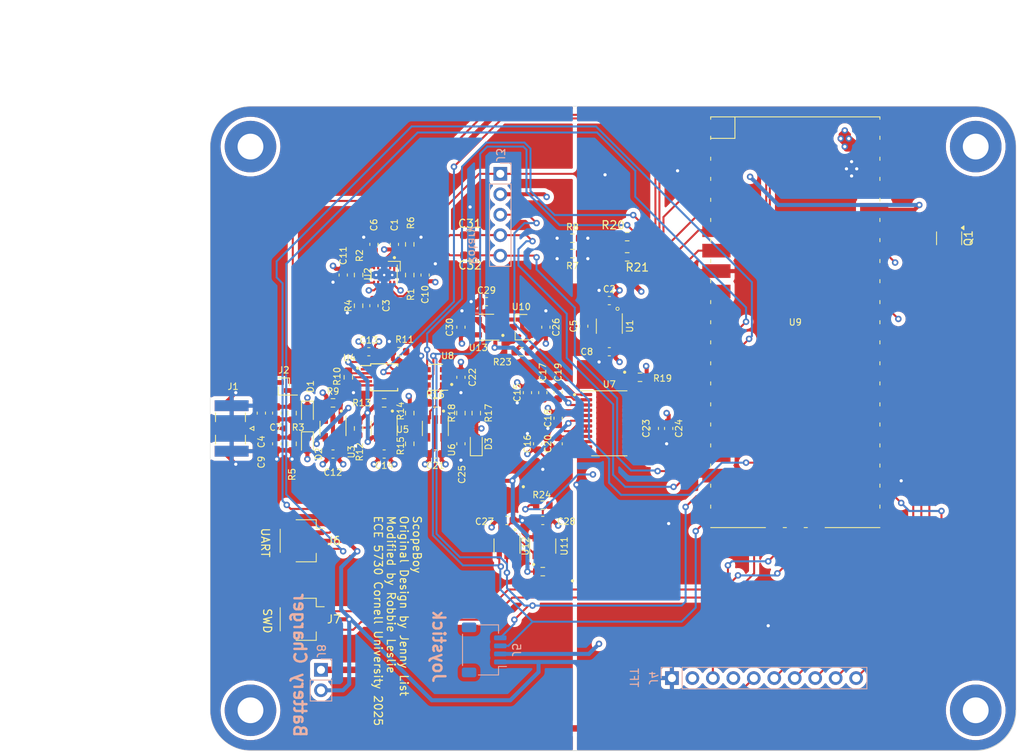
<source format=kicad_pcb>
(kicad_pcb (version 20240108) (generator "pcbnew") (generator_version "8.0")
  (title_block (title "ScopeBoy") (date "2025-11-16") (company "Cornell University") (comment 1 "Modified by Robbie Leslie") (comment 2 "Original design by Jenny List") (comment 3 "https://hackaday.com/2022/11/06/a-pi-pico-oscilloscope/"))
  (layers (0 "F.Cu" signal) (1 "In1.Cu" signal) (2 "In2.Cu" signal) (31 "B.Cu" signal) (34 "B.Paste" user) (35 "F.Paste" user) (36 "B.SilkS" user "B.Silkscreen") (37 "F.SilkS" user "F.Silkscreen") (38 "B.Mask" user) (39 "F.Mask" user) (44 "Edge.Cuts" user))
  (net 0 "")
  (net 1 "GNDA")
  (net 2 "+3.3VA")
  (net 3 "-3V3")
  (net 4 "+3V3")
  (net 5 "GND")
  (net 6 "VREF")
  (net 7 "TRIG")
  (net 8 "CLK")
  (net 9 "VIN")
  (net 10 "RX")
  (net 11 "Net-(J1-Pin_1)")
  (net 12 "+3V3Pico")
  (net 13 "D0")
  (net 14 "D1")
  (net 15 "D2")
  (net 16 "D3")
  (net 17 "D4")
  (net 18 "D5")
  (net 19 "D6")
  (net 20 "D7")
  (net 21 "SDA")
  (net 22 "SCL")
  (net 23 "SEL0")
  (net 24 "SEL1")
  (net 25 "BACKLIGHT")
  (net 26 "D{slash}C")
  (net 27 "MISO")
  (net 28 "Net-(U2-C+)")
  (net 29 "Net-(U2-C-)")
  (net 30 "Net-(J2-Pin_1)")
  (net 31 "Net-(U1-BP)")
  (net 32 "Net-(U2-CP)")
  (net 33 "Net-(D1-A)")
  (net 34 "Net-(U7-VRM)")
  (net 35 "Net-(U10-K)")
  (net 36 "Net-(U2-FB+)")
  (net 37 "Net-(U2-FB-)")
  (net 38 "Net-(U3--)")
  (net 39 "Net-(U4-D1)")
  (net 40 "Net-(U4-D2)")
  (net 41 "Net-(U4-S1)")
  (net 42 "Net-(R13-Pad2)")
  (net 43 "Net-(U6--)")
  (net 44 "Net-(R16-Pad1)")
  (net 45 "Net-(U7-CLK)")
  (net 46 "Net-(U11-+)")
  (net 47 "Net-(R24-Pad2)")
  (net 49 "Net-(U6-+)")
  (net 52 "TX")
  (net 53 "SWCLK")
  (net 54 "MOSI")
  (net 55 "Net-(J8-Pin_1)")
  (net 56 "SWIO")
  (net 57 "ROTDT")
  (net 59 "Net-(U11--)")
  (net 60 "SCK")
  (net 61 "SDCS")
  (net 62 "ROTSW")
  (net 63 "ROTCLK")
  (net 64 "LCDCS")
  (net 65 "RESET")
  (net 66 "VBUS")
  (net 67 "VSYS")
  (footprint "Capacitor_SMD:C_0603_1608Metric" (layer "F.Cu") (at 143.51 86.99 90)
    (property "Reference" "C1")
    (property "Value" "2.2u")
  )
  (footprint "Capacitor_SMD:C_0603_1608Metric" (layer "F.Cu") (at 140.97 94.61 90)
    (property "Reference" "C3")
    (property "Value" "2.2u")
  )
  (footprint "Capacitor_SMD:C_0603_1608Metric" (layer "F.Cu") (at 140.97 86.99 90)
    (property "Reference" "C6")
    (property "Value" "4.7u")
  )
  (footprint "Capacitor_SMD:C_0603_1608Metric" (layer "F.Cu") (at 147.32 90.8 90)
    (property "Reference" "C10")
    (property "Value" "2.2u")
  )
  (footprint "Capacitor_SMD:C_0603_1608Metric" (layer "F.Cu") (at 137.16 90.8 -90)
    (property "Reference" "C11")
    (property "Value" "2.2u")
  )
  (footprint "Capacitor_SMD:C_0603_1608Metric" (layer "F.Cu") (at 162.306 97.277 90)
    (property "Reference" "C26")
    (property "Value" "1u")
  )
  (footprint "Capacitor_SMD:C_0603_1608Metric" (layer "F.Cu") (at 154.94 94.102 180)
    (property "Reference" "C29")
    (property "Value" "100n")
  )
  (footprint "Capacitor_SMD:C_0603_1608Metric" (layer "F.Cu") (at 175.768 109.85 90)
    (property "Reference" "C23")
    (property "Value" "100n")
  )
  (footprint "Capacitor_SMD:C_0603_1608Metric" (layer "F.Cu") (at 163.83 111.755 90)
    (property "Reference" "C20")
    (property "Value" "100n")
  )
  (footprint "Capacitor_SMD:C_0603_1608Metric" (layer "F.Cu") (at 160.02 105.405 90)
    (property "Reference" "C15")
    (property "Value" "22u")
  )
  (footprint "Capacitor_SMD:C_0603_1608Metric" (layer "F.Cu") (at 151.765 97.277 90)
    (property "Reference" "C30")
    (property "Value" "100n")
  )
  (footprint "Resistor_SMD:R_0603_1608Metric" (layer "F.Cu") (at 145.415 90.8 90)
    (property "Reference" "R1")
    (property "Value" "87k")
  )
  (footprint "Resistor_SMD:R_0603_1608Metric" (layer "F.Cu") (at 139.065 90.8 -90)
    (property "Reference" "R2")
    (property "Value" "87k")
  )
  (footprint "Resistor_SMD:R_0603_1608Metric" (layer "F.Cu") (at 145.415 86.99 -90)
    (property "Reference" "R6")
    (property "Value" "50k")
  )
  (footprint "Resistor_SMD:R_0603_1608Metric" (layer "F.Cu") (at 139.065 94.61 90)
    (property "Reference" "R4")
    (property "Value" "50k")
  )
  (footprint "Resistor_SMD:R_0603_1608Metric" (layer "F.Cu") (at 159.258 100.325)
    (property "Reference" "R23")
    (property "Value" "1k")
  )
  (footprint "Package_SON:WSON-12-1EP_3x2mm_P0.5mm_EP1x2.65_ThermalVias" (layer "F.Cu") (at 142.24 90.8 -90)
    (property "Reference" "U2")
    (property "Value" "LM27762")
  )
  (footprint "Package_TO_SOT_SMD:SOT-23" (layer "F.Cu") (at 159.258 97.277 180)
    (property "Reference" "U10")
    (property "Value" "LM4040DBZ-2.0")
  )
  (footprint "Package_SO:TSSOP-24_4.4x7.8mm_P0.65mm" (layer "F.Cu") (at 170.18 109.215)
    (property "Reference" "U7")
    (property "Value" "ADC08100")
  )
  (footprint "Capacitor_SMD:C_0603_1608Metric" (layer "F.Cu") (at 170.18 93.975)
    (property "Reference" "C2")
    (property "Value" "1u")
  )
  (footprint "Capacitor_SMD:C_0603_1608Metric" (layer "F.Cu") (at 167.005 97.15 -90)
    (property "Reference" "C5")
    (property "Value" "10n")
  )
  (footprint "Capacitor_SMD:C_0603_1608Metric" (layer "F.Cu") (at 170.18 100.325)
    (property "Reference" "C8")
    (property "Value" "2.2u")
  )
  (footprint "Package_TO_SOT_SMD:SOT-23-5" (layer "F.Cu") (at 170.18 97.15 -90)
    (property "Reference" "U1")
    (property "Value" "LP2985-3.3")
  )
  (footprint "Resistor_SMD:R_0603_1608Metric" (layer "F.Cu") (at 165.608 88.133 180)
    (property "Reference" "R7")
    (property "Value" "0")
  )
  (footprint "Resistor_SMD:R_0603_1608Metric" (layer "F.Cu") (at 165.608 86.228 180)
    (property "Reference" "R8")
    (property "Value" "0")
  )
  (footprint "Capacitor_SMD:C_0603_1608Metric" (layer "F.Cu") (at 177.546 109.85 90)
    (property "Reference" "C24")
    (property "Value" "22u")
  )
  (footprint "Capacitor_SMD:C_0603_1608Metric" (layer "F.Cu") (at 161.925 105.405 90)
    (property "Reference" "C17")
    (property "Value" "22u")
  )
  (footprint "Capacitor_SMD:C_0603_1608Metric" (layer "F.Cu") (at 163.83 105.405 90)
    (property "Reference" "C19")
    (property "Value" "100n")
  )
  (footprint "Capacitor_SMD:C_0603_1608Metric" (layer "F.Cu") (at 163.83 108.58 90)
    (property "Reference" "C18")
    (property "Value" "100n")
  )
  (footprint "Capacitor_SMD:C_0603_1608Metric" (layer "F.Cu") (at 161.29 111.755 -90)
    (property "Reference" "C16")
    (property "Value" "100n")
  )
  (footprint "Resistor_SMD:R_0603_1608Metric" (layer "F.Cu") (at 173.99 103.5 180)
    (property "Reference" "R19")
    (property "Value" "22")
  )
  (footprint "Capacitor_SMD:C_0603_1608Metric" (layer "F.Cu") (at 127 107.945 -90)
    (property "Reference" "C4")
    (property "Value" "10n")
  )
  (footprint "Capacitor_SMD:C_0603_1608Metric" (layer "F.Cu") (at 128.905 107.945 -90)
    (property "Reference" "C7")
    (property "Value" "1p")
  )
  (footprint "Capacitor_SMD:C_0603_1608Metric" (layer "F.Cu") (at 128.905 111.755 -90)
    (property "Reference" "C9")
    (property "Value" "6.8p")
  )
  (footprint "Capacitor_SMD:C_0603_1608Metric" (layer "F.Cu") (at 135.89 113.025 180)
    (property "Reference" "C12")
    (property "Value" "100n")
  )
  (footprint "Capacitor_SMD:C_0603_1608Metric" (layer "F.Cu") (at 140.335 100.325)
    (property "Reference" "C13")
    (property "Value" "100n")
  )
  (footprint "Capacitor_SMD:C_0603_1608Metric" (layer "F.Cu") (at 142.24 113.025 180)
    (property "Reference" "C14")
    (property "Value" "100n")
  )
  (footprint "Capacitor_SMD:C_0603_1608Metric" (layer "F.Cu") (at 148.59 113.025 180)
    (property "Reference" "C21")
    (property "Value" "100n")
  )
  (footprint "Capacitor_SMD:C_0603_1608Metric" (layer "F.Cu") (at 151.765 103.5 -90)
    (property "Reference" "C22")
    (property "Value" "100n")
  )
  (footprint "Capacitor_SMD:C_0603_1608Metric" (layer "F.Cu") (at 161.925 121.28)
    (property "Reference" "C28")
    (property "Value" "100n")
  )
  (footprint "Capacitor_SMD:C_0603_1608Metric" (layer "F.Cu") (at 157.48 121.28)
    (property "Reference" "C27")
    (property "Value" "100n")
  )
  (footprint "Diode_SMD:D_0603_1608Metric" (layer "F.Cu") (at 132.715 107.945 -90)
    (property "Reference" "D1")
    (property "Value" "D")
  )
  (footprint "Diode_SMD:D_0603_1608Metric" (layer "F.Cu") (at 132.715 111.755 -90)
    (property "Reference" "D2")
    (property "Value" "D")
  )
  (footprint "Connector_PinHeader_1.00mm:PinHeader_1x02_P1.00mm_Vertical_SMD_Pin1Left" (layer "F.Cu") (at 129.794 104.643 180)
    (property "Reference" "J2")
    (property "Value" "Conn_01x02_Male")
  )
  (footprint "Resistor_SMD:R_0603_1608Metric" (layer "F.Cu") (at 130.81 107.945 -90)
    (property "Reference" "R3")
    (property "Value" "680k")
  )
  (footprint "Resistor_SMD:R_0603_1608Metric" (layer "F.Cu") (at 130.81 111.755 90)
    (property "Reference" "R5")
    (property "Value" "100k")
  )
  (footprint "Resistor_SMD:R_0603_1608Metric" (layer "F.Cu") (at 135.89 106.675)
    (property "Reference" "R9")
    (property "Value" "1k")
  )
  (footprint "Resistor_SMD:R_0603_1608Metric" (layer "F.Cu") (at 142.24 106.675)
    (property "Reference" "R13")
    (property "Value" "680")
  )
  (footprint "Resistor_SMD:R_0603_1608Metric" (layer "F.Cu") (at 139.065 109.85 -90)
    (property "Reference" "R12")
    (property "Value" "100")
  )
  (footprint "Resistor_SMD:R_0603_1608Metric" (layer "F.Cu") (at 145.415 107.945 -90)
    (property "Reference" "R14")
    (property "Value" "1k")
  )
  (footprint "Resistor_SMD:R_0603_1608Metric" (layer "F.Cu") (at 145.415 111.755 -90)
    (property "Reference" "R15")
    (property "Value" "100")
  )
  (footprint "Resistor_SMD:R_0603_1608Metric" (layer "F.Cu") (at 148.59 106.675 180)
    (property "Reference" "R16")
    (property "Value" "100")
  )
  (footprint "Resistor_SMD:R_0603_1608Metric" (layer "F.Cu") (at 153.67 107.945 90)
    (property "Reference" "R17")
    (property "Value" "1k")
  )
  (footprint "Package_TO_SOT_SMD:SOT-23-5" (layer "F.Cu") (at 135.89 109.85 -90)
    (property "Reference" "U3")
    (property "Value" "OPA354")
  )
  (footprint "Package_TO_SOT_SMD:SOT-23-5" (layer "F.Cu") (at 142.24 109.85 -90)
    (property "Reference" "U5")
    (property "Value" "LMH6629")
  )
  (footprint "Package_TO_SOT_SMD:SOT-23-5" (layer "F.Cu") (at 148.59 109.85 -90)
    (property "Reference" "U6")
    (property "Value" "OPA830")
  )
  (footprint "Package_TO_SOT_SMD:SOT-23-6" (layer "F.Cu") (at 148.59 103.5 180)
    (property "Reference" "U8")
    (property "Value" "DAC5571")
  )
  (footprint "Package_TO_SOT_SMD:SOT-23-6" (layer "F.Cu") (at 161.925 124.455 90)
    (property "Reference" "U11")
    (property "Value" "TLV3501")
  )
  (footprint "Package_TO_SOT_SMD:SOT-23-6" (layer "F.Cu") (at 157.48 124.455 -90)
    (property "Reference" "U12")
    (property "Value" "DAC5571")
  )
  (footprint "Capacitor_SMD:C_0603_1608Metric" (layer "F.Cu") (at 151.765 111.755 -90)
    (property "Reference" "C25")
    (property "Value" "160p")
  )
  (footprint "Diode_SMD:D_0603_1608Metric" (layer "F.Cu") (at 153.67 111.755 90)
    (property "Reference" "D3")
    (property "Value" "D")
  )
  (footprint "Resistor_SMD:R_0603_1608Metric" (layer "F.Cu") (at 151.765 107.945 -90)
    (property "Reference" "R18")
    (property "Value" "100")
  )
  (footprint "Package_TO_SOT_SMD:SOT-23-5" (layer "F.Cu") (at 154.94 97.277 180)
    (property "Reference" "U13")
    (property "Value" "TLV271")
  )
  (footprint "Resistor_SMD:R_0603_1608Metric" (layer "F.Cu") (at 161.925 127.63 180)
    (property "Reference" "R22" (hide yes))
    (property "Value" "1MEG")
  )
  (footprint "Resistor_SMD:R_0603_1608Metric" (layer "F.Cu") (at 161.925 119.375)
    (property "Reference" "R24")
    (property "Value" "22")
  )
  (footprint "Connector_Coaxial:SMA_Samtec_SMA-J-P-X-ST-EM1_EdgeMount" (layer "F.Cu") (at 123.3125 109.85 -90)
    (property "Reference" "J1")
    (property "Value" "Conn_01x02")
  )
  (footprint "Resistor_SMD:R_0603_1608Metric" (layer "F.Cu") (at 137.795 103.5 -90)
    (property "Reference" "R10")
    (property "Value" "47")
  )
  (footprint "Resistor_SMD:R_0603_1608Metric" (layer "F.Cu") (at 144.145 100.325 180)
    (property "Reference" "R11")
    (property "Value" "100")
  )
  (footprint "Package_SO:MSOP-10_3x3mm_P0.5mm" (layer "F.Cu") (at 142.24 103.5)
    (property "Reference" "U4")
    (property "Value" "ADG621")
  )
  (footprint "RPi_Pico:RPi_Pico_SMD_TH" (layer "F.Cu") (at 193.26 96.66)
    (property "Reference" "U9")
    (property "Value" "Raspberry_Pi_Pico")
  )
  (footprint "Resistor_SMD:R_0603_1608Metric" (layer "F.Cu") (at 172.4 86.035)
    (property "Reference" "R20")
    (property "Value" "4.7k")
  )
  (footprint "Capacitor_SMD:C_0603_1608Metric" (layer "F.Cu") (at 152.9 88.35)
    (property "Reference" "C32")
    (property "Value" "10nF")
  )
  (footprint "MountingHole:MountingHole_3.2mm_M3_Pad_TopBottom" (layer "F.Cu") (at 215.65 144.85)
    (property "Reference" "H2" (hide yes))
    (property "Value" "MountingHole")
  )
  (footprint "Capacitor_SMD:C_0603_1608Metric" (layer "F.Cu") (at 152.875 85.85)
    (property "Reference" "C31")
    (property "Value" "10nF")
  )
  (footprint "Connector_JST:JST_SH_SM03B-SRSS-TB_1x03-1MP_P1.00mm_Horizontal" (layer "F.Cu") (at 132.025 123.8 -90)
    (property "Reference" "J6")
    (property "Value" "SM03B-SRSS-TB")
  )
  (footprint "MountingHole:MountingHole_3.2mm_M3_Pad_TopBottom" (layer "F.Cu") (at 125.65 74.85)
    (property "Reference" "H1" (hide yes))
    (property "Value" "MountingHole")
  )
  (footprint "Connector_JST:JST_SH_SM03B-SRSS-TB_1x03-1MP_P1.00mm_Horizontal" (layer "F.Cu") (at 132.025 133.55 -90)
    (property "Reference" "J7")
    (property "Value" "SM03B-SRSS-TB")
  )
  (footprint "Package_TO_SOT_SMD:SOT-23-3" (layer "F.Cu") (at 212.35 86.2375 -90)
    (property "Reference" "Q1")
    (property "Value" "DMG2305UX-7")
  )
  (footprint "MountingHole:MountingHole_3.2mm_M3_Pad_TopBottom" (layer "F.Cu") (at 215.65 74.85)
    (property "Reference" "H3" (hide yes))
    (property "Value" "MountingHole")
  )
  (footprint "MountingHole:MountingHole_3.2mm_M3_Pad_TopBottom" (layer "F.Cu") (at 125.65 144.85)
    (property "Reference" "H4" (hide yes))
    (property "Value" "MountingHole")
  )
  (footprint "Resistor_SMD:R_0603_1608Metric" (layer "F.Cu") (at 172.4 88.545)
    (property "Reference" "R21")
    (property "Value" "4.7k")
  )
  (footprint "Connector_PinHeader_2.54mm:PinHeader_1x10_P2.54mm_Vertical" (layer "B.Cu") (at 177.95 140.85 -90)
    (property "Reference" "J4")
    (property "Value" "Conn_01x10")
  )
  (footprint "Connector_PinHeader_2.54mm:PinHeader_1x02_P2.54mm_Vertical" (layer "B.Cu") (at 134.4 139.825 180)
    (property "Reference" "J8")
    (property "Value" "Conn_01x02")
  )
  (footprint "Connector_JST:JST_SH_SM04B-SRSS-TB_1x04-1MP_P1.00mm_Horizontal" (layer "B.Cu") (at 154.65 137.35 90)
    (property "Reference" "J5")
    (property "Value" "SM04B-SRSS-TB")
  )
  (footprint "Connector_PinHeader_2.54mm:PinHeader_1x05_P2.54mm_Vertical" (layer "B.Cu") (at 156.65 78.23 180)
    (property "Reference" "J3")
    (property "Value" "Conn_01x05")
  )
  (gr_line (start 199.9 73.85) (end 201.39999 75.100011) (stroke (width 0.8)) (layer "F.Cu") (net 67))
  (gr_circle (center 172.085 102.865) (end 172.185 102.865) (stroke (width 0.2)) (fill none) (layer "F.SilkS"))
  (gr_circle (center 171.196 94.991) (end 171.396 94.991) (stroke (width 0.1)) (fill none) (layer "F.SilkS"))
  (gr_circle (center 138.938 102.357) (end 139.038 102.357) (stroke (width 0.2)) (fill none) (layer "F.SilkS"))
  (gr_circle (center 136.906 107.691) (end 137.006 107.691) (stroke (width 0.2)) (fill none) (layer "F.SilkS"))
  (gr_circle (center 159.512 117.089) (end 159.612 117.089) (stroke (width 0.2)) (fill none) (layer "F.SilkS"))
  (gr_circle (center 158.496 122.423) (end 158.596 122.423) (stroke (width 0.2)) (fill none) (layer "F.SilkS"))
  (gr_circle (center 143.51 88.641) (end 143.61 88.641) (stroke (width 0.2)) (fill none) (layer "F.SilkS"))
  (gr_circle (center 149.606 107.691) (end 149.706 107.691) (stroke (width 0.2)) (fill none) (layer "F.SilkS"))
  (gr_circle (center 165.608 128.773) (end 165.708 128.773) (stroke (width 0.2)) (fill none) (layer "F.SilkS"))
  (gr_circle (center 150.622 104.389) (end 150.722 104.389) (stroke (width 0.2)) (fill none) (layer "F.SilkS"))
  (gr_circle (center 156.972 98.293) (end 157.072 98.293) (stroke (width 0.2)) (fill none) (layer "F.SilkS"))
  (gr_circle (center 160.782 126.741) (end 160.882 126.741) (stroke (width 0.2)) (fill none) (layer "F.SilkS"))
  (gr_circle (center 143.256 107.691) (end 143.356 107.691) (stroke (width 0.2)) (fill none) (layer "F.SilkS"))
  (gr_circle (center 165.862 105.659) (end 165.962 105.659) (stroke (width 0.2)) (fill none) (layer "F.SilkS"))
  (gr_line (start 120.65 144.85) (end 120.65 74.85) (stroke (width 0.05)) (layer "Edge.Cuts"))
  (gr_arc (start 120.65 74.85) (mid 122.114466 71.314466) (end 125.65 69.85) (stroke (width 0.05)) (layer "Edge.Cuts"))
  (gr_arc (start 215.65 69.85) (mid 219.185534 71.314466) (end 220.65 74.85) (stroke (width 0.05)) (layer "Edge.Cuts"))
  (gr_arc (start 125.65 149.85) (mid 122.114466 148.385534) (end 120.65 144.85) (stroke (width 0.05)) (layer "Edge.Cuts"))
  (gr_line (start 125.65 149.85) (end 215.65 149.85) (stroke (width 0.1)) (layer "Edge.Cuts"))
  (gr_line (start 220.65 74.85) (end 220.65 144.85) (stroke (width 0.05)) (layer "Edge.Cuts"))
  (gr_line (start 125.65 69.85) (end 215.65 69.85) (stroke (width 0.05)) (layer "Edge.Cuts"))
  (gr_arc (start 220.65 144.85) (mid 219.185534 148.385534) (end 215.65 149.85) (stroke (width 0.1)) (layer "Edge.Cuts"))
  (gr_text "Joystick" (at 148.15 141.6 270) (layer "B.SilkS") (effects (font (size 1.5 1.5) (thickness 0.3) (bold yes)) (justify left bottom mirror)))
  (gr_text "Battery Charger" (at 130.9 148.35 -90) (layer "B.SilkS") (effects (font (size 1.5 1.5) (thickness 0.3) (bold yes)) (justify left bottom mirror)))
  (gr_text "TFT" (at 172.65 142.1 -90) (layer "B.SilkS") (effects (font (size 1 1)) (justify left bottom mirror)))
  (gr_text "Rotary" (at 152.65 89.6 -90) (layer "B.SilkS") (effects (font (size 1 1)) (justify left bottom mirror)))
  (gr_text "ScopeBoy\nOriginal Design by Jenny List\nModified by Robbie Leslie\nECE 5730 Cornell University 2025" (at 140.9 120.6 -90) (layer "F.SilkS") (effects (font (size 1 1)) (justify left bottom)))
  (gr_text "SWD" (at 127.15 132.1 -90) (layer "F.SilkS") (effects (font (size 1 1)) (justify left bottom)))
  (gr_text "UART" (at 126.9 122.1 -90) (layer "F.SilkS") (effects (font (size 1 1)) (justify left bottom)))
  (segment (start 163.83 106.18) (end 159.245 106.18) (width 0.5) (layer "F.Cu") (net 1))
  (segment (start 137.732 95.435) (end 137.668 95.499) (width 0.5) (layer "F.Cu") (net 1))
  (segment (start 143.04 90.8) (end 142.24 90.8) (width 0.25) (layer "F.Cu") (net 1))
  (segment (start 139.814 86.215) (end 139.7 86.101) (width 0.5) (layer "F.Cu") (net 1))
  (segment (start 164.338 88.133) (end 163.703 88.768) (width 0.5) (layer "F.Cu") (net 1))
  (segment (start 161.925 124.775) (end 160.975 123.825) (width 0.25) (layer "F.Cu") (net 1))
  (segment (start 128.905 112.53) (end 128.905 113.66) (width 0.5) (layer "F.Cu") (net 1))
  (segment (start 164.87 111.49) (end 163.83 112.53) (width 0.25) (layer "F.Cu") (net 1))
  (segment (start 147.49 104.45) (end 146.71 104.45) (width 0.25) (layer "F.Cu") (net 1))
  (segment (start 165.788002 106.29) (end 165.448001 105.949999) (width 0.25) (layer "F.Cu") (net 1))
  (segment (start 163.83 109.057834) (end 163.83 109.355) (width 0.25) (layer "F.Cu") (net 1))
  (segment (start 161.29 110.98) (end 162.065 110.98) (width 0.5) (layer "F.Cu") (net 1))
  (segment (start 167.3175 110.19) (end 167.3175 109.54) (width 0.25) (layer "F.Cu") (net 1))
  (segment (start 163.83 112.53) (end 163.615 112.53) (width 0.5) (layer "F.Cu") (net 1))
  (segment (start 122.755 107.025) (end 122.755 106.475) (width 0.5) (layer "F.Cu") (net 1))
  (segment (start 165.395 110.19) (end 164.665 110.19) (width 0.25) (layer "F.Cu") (net 1))
  (segment (start 137.795 104.77) (end 138.43 105.405) (width 0.25) (layer "F.Cu") (net 1))
  (segment (start 167.3175 111.49) (end 167.3175 112.14) (width 0.25) (layer "F.Cu") (net 1))
  (segment (start 163.83 109.355) (end 163.055 109.355) (width 0.5) (layer "F.Cu") (net 1))
  (segment (start 165.448001 105.949999) (end 164.060001 105.949999) (width 0.25) (layer "F.Cu") (net 1))
  (segment (start 149.69 103.5) (end 150.99 103.5) (width 0.5) (layer "F.Cu") (net 1))
  (segment (start 147.32 90.025) (end 147.206 90.025) (width 0.25) (layer "F.Cu") (net 1))
  (segment (start 145.415 86.165) (end 146.748 86.165) (width 0.5) (layer "F.Cu") (net 1))
  (segment (start 160.02 121.28) (end 159.385 121.28) (width 0.5) (layer "F.Cu") (net 1))
  (segment (start 139.065 110.675) (end 139.065 111.628) (width 0.25) (layer "F.Cu") (net 1))
  (segment (start 164.783 88.133) (end 164.338 88.133) (width 0.5) (layer "F.Cu") (net 1))
  (segment (start 146.558 104.298) (end 146.558 101.087) (width 0.25) (layer "F.Cu") (net 1))
  (segment (start 154.609999 95.676999) (end 155.184999 96.251999) (width 0.25) (layer "F.Cu") (net 1))
  (segment (start 155.184999 96.251999) (end 155.184999 96.912001) (width 0.25) (layer "F.Cu") (net 1))
  (segment (start 160.258 96.327) (end 162.131 96.327) (width 0.5) (layer "F.Cu") (net 1))
  (segment (start 145.365 86.215) (end 145.415 86.165) (width 0.5) (layer "F.Cu") (net 1))
  (segment (start 138.12 104) (end 137.795 104.325) (width 0.25) (layer "F.Cu") (net 1))
  (segment (start 164.783 86.228) (end 163.703 86.228) (width 0.5) (layer "F.Cu") (net 1))
  (segment (start 137.795 104.325) (end 137.795 104.77) (width 0.25) (layer "F.Cu") (net 1))
  (segment (start 161.925 125.555) (end 161.925 124.775) (width 0.25) (layer "F.Cu") (net 1))
  (segment (start 147.32 90.025) (end 148.222 90.025) (width 0.5) (layer "F.Cu") (net 1))
  (segment (start 140.97 86.215) (end 143.51 86.215) (width 0.5) (layer "F.Cu") (net 1))
  (segment (start 159.245 106.18) (end 158.75 106.675) (width 0.5) (layer "F.Cu") (net 1))
  (segment (start 151.765 112.53) (end 151.765 113.66) (width 0.5) (layer "F.Cu") (net 1))
  (segment (start 160.975 123.825) (end 160.975 123.355) (width 0.25) (layer "F.Cu") (net 1))
  (segment (start 152.590001 95.676999) (end 154.609999 95.676999) (width 0.25) (layer "F.Cu") (net 1))
  (segment (start 146.748 86.165) (end 146.812 86.101) (width 0.5) (layer "F.Cu") (net 1))
  (segment (start 139.065 111.628) (end 138.684 112.009) (width 0.25) (layer "F.Cu") (net 1))
  (segment (start 160.515 110.98) (end 160.02 110.485) (width 0.5) (layer "F.Cu") (net 1))
  (segment (start 143.49 89.85) (end 143.49 90.35) (width 0.25) (layer "F.Cu") (net 1))
  (segment (start 160.975 123.355) (end 160.975 121.455) (width 0.25) (layer "F.Cu") (net 1))
  (segment (start 151.765 96.502) (end 152.590001 95.676999) (width 0.25) (layer "F.Cu") (net 1))
  (segment (start 161.43 115.425) (end 161.925 114.93) (width 0.5) (layer "F.Cu") (net 1))
  (segment (start 143.49 90.35) (end 143.04 90.8) (width 0.25) (layer "F.Cu") (net 1))
  (segment (start 122.755 112.675) (end 122.755 113.225) (width 0.5) (layer "F.Cu") (net 1))
  (segment (start 164.647834 108.24) (end 163.83 109.057834) (width 0.25) (layer "F.Cu") (net 1))
  (segment (start 137.935 90.8) (end 137.16 91.575) (width 0.25) (layer "F.Cu") (net 1))
  (segment (start 137.16 91.575) (end 136.004 91.575) (width 0.5) (layer "F.Cu") (net 1))
  (segment (start 151.892 95.245) (end 151.892 96.375) (width 0.5) (layer "F.Cu") (net 1))
  (segment (start 139.065 95.435) (end 137.732 95.435) (width 0.5) (layer "F.Cu") (net 1))
  (segment (start 142.24 90.8) (end 141.99 90.55) (width 0.25) (layer "F.Cu") (net 1))
  (segment (start 142.24 90.8) (end 137.935 90.8) (width 0.25) (layer "F.Cu") (net 1))
  (segment (start 147.206 90.025) (end 146.431 90.8) (width 0.25) (layer "F.Cu") (net 1))
  (segment (start 163.69 109.355) (end 163.66499 109.38001) (width 0.25) (layer "F.Cu") (net 1))
  (segment (start 140.04 104) (end 138.12 104) (width 0.25) (layer "F.Cu") (net 1))
  (segment (start 162.306 96.502) (end 162.306 94.991) (width 0.25) (layer "F.Cu") (net 1))
  (segment (start 161.29 110.98) (end 160.515 110.98) (width 0.5) (layer "F.Cu") (net 1))
  (segment (start 136.004 91.575) (end 135.89 91.689) (width 0.5) (layer "F.Cu") (net 1))
  (segment (start 161.29 110.98) (end 161.43 110.98) (width 0.25) (layer "F.Cu") (net 1))
  (segment (start 153.035 94.102) (end 154.165 94.102) (width 0.5) (layer "F.Cu") (net 1))
  (segment (start 162.306 95.245) (end 162.306 96.502) (width 0.5) (layer "F.Cu") (net 1))
  (segment (start 167.3175 108.24) (end 164.647834 108.24) (width 0.25) (layer "F.Cu") (net 1))
  (segment (start 151.765 105.405) (end 151.765 104.275) (width 0.5) (layer "F.Cu") (net 1))
  (segment (start 143.32 100.325) (end 143.32 99.5) (width 0.25) (layer "F.Cu") (net 1))
  (segment (start 143.32 100.325) (end 143.32 99.88) (width 0.25) (layer "F.Cu") (net 1))
  (segment (start 143.51 86.215) (end 145.365 86.215) (width 0.5) (layer "F.Cu") (net 1))
  (segment (start 122.755 106.475) (end 123.825 105.405) (width 0.5) (layer "F.Cu") (net 1))
  (segment (start 148.222 90.025) (end 148.59 89.657) (width 0.5) (layer "F.Cu") (net 1))
  (segment (start 160.02 121.28) (end 161.15 121.28) (width 0.5) (layer "F.Cu") (net 1))
  (segment (start 143.32 99.5) (end 142.875 99.055) (width 0.25) (layer "F.Cu") (net 1))
  (segment (start 167.3175 106.29) (end 165.788002 106.29) (width 0.25) (layer "F.Cu") (net 1))
  (segment (start 130.81 112.58) (end 130.81 113.66) (width 0.5) (layer "F.Cu") (net 1))
  (segment (start 146.71 104.45) (end 146.558 104.298) (width 0.25) (layer "F.Cu") (net 1))
  (segment (start 151.765 96.502) (end 154.165 94.102) (width 0.5) (layer "F.Cu") (net 1))
  (segment (start 158.58 115.25) (end 160.48 115.25) (width 0.5) (layer "F.Cu") (net 1))
  (segment (start 140.856 86.101) (end 140.97 86.215) (width 0.5) (layer "F.Cu") (net 1))
  (segment (start 163.055 109.355) (end 162.56 109.85) (width 0.5) (layer "F.Cu") (net 1))
  (segment (start 167.3175 111.49) (end 164.87 111.49) (width 0.25) (layer "F.Cu") (net 1))
  (segment (start 122.755 113.225) (end 123.825 114.295) (width 0.5) (layer "F.Cu") (net 1))
  (segment (start 150.99 103.5) (end 151.765 104.275) (width 0.5) (layer "F.Cu") (net 1))
  (segment (start 145.479 86.101) (end 145.415 86.165) (width 0.5) (layer "F.Cu") (net 1))
  (segment (start 163.615 112.53) (end 162.065 110.98) (width 0.5) (layer "F.Cu") (net 1))
  (segment (start 160.02 106.18) (end 163.83 106.18) (width 0.25) (layer "F.Cu") (net 1))
  (segment (start 158.255 121.28) (end 160.02 121.28) (width 0.5) (layer "F.Cu") (net 1))
  (segment (start 167.3175 109.54) (end 166.045 109.54) (width 0.25) (layer "F.Cu") (net 1))
  (segment (start 157.48 122.055) (end 158.255 121.28) (width 0.25) (layer "F.Cu") (net 1))
  (segment (start 151.892 96.375) (end 151.765 96.502) (width 0.5) (layer "F.Cu") (net 1))
  (segment (start 164.060001 105.949999) (end 163.83 106.18) (width 0.25) (layer "F.Cu") (net 1))
  (segment (start 164.665 110.19) (end 163.83 109.355) (width 0.25) (layer "F.Cu") (net 1))
  (segment (start 160.975 121.455) (end 161.15 121.28) (width 0.25) (layer "F.Cu") (net 1))
  (segment (start 166.045 109.54) (end 165.395 110.19) (width 0.25) (layer "F.Cu") (net 1))
  (segment (start 160.655 115.425) (end 161.43 115.425) (width 0.5) (layer "F.Cu") (net 1))
  (segment (start 128.955 112.58) (end 128.905 112.53) (width 0.5) (layer "F.Cu") (net 1))
  (segment (start 140.97 86.215) (end 139.814 86.215) (width 0.5) (layer "F.Cu") (net 1))
  (segment (start 141.99 90.55) (end 141.99 89.85) (width 0.25) (layer "F.Cu") (net 1))
  (segment (start 160.02 106.18) (end 159.245 106.18) (width 0.25) (layer "F.Cu") (net 1))
  (segment (start 160.48 115.25) (end 160.655 115.425) (width 0.5) (layer "F.Cu") (net 1))
  (segment (start 143.37 86.355) (end 143.51 86.215) (width 0.5) (layer "F.Cu") (net 1))
  (segment (start 130.81 112.58) (end 128.955 112.58) (width 0.5) (layer "F.Cu") (net 1))
  (segment (start 157.48 123.355) (end 157.48 122.055) (width 0.25) (layer "F.Cu") (net 1))
  (segment (start 142.24 90.8) (end 146.431 90.8) (width 0.25) (layer "F.Cu") (net 1))
  (segment (start 162.131 96.327) (end 162.306 96.502) (width 0.5) (layer "F.Cu") (net 1))
  (segment (start 164.783 86.228) (end 164.783 88.133) (width 0.5) (layer "F.Cu") (net 1))
  (segment (start 163.83 109.355) (end 163.69 109.355) (width 0.25) (layer "F.Cu") (net 1))
  (segment (start 146.558 101.087) (end 146.812 100.833) (width 0.25) (layer "F.Cu") (net 1))
  (segment (start 155.549998 97.277) (end 156.04 97.277) (width 0.25) (layer "F.Cu") (net 1))
  (segment (start 155.184999 96.912001) (end 155.549998 97.277) (width 0.25) (layer "F.Cu") (net 1))
  (via (at 146.812 86.101) (size 0.8) (drill 0.4) (layers "F.Cu" "B.Cu") (net 1))
  (via (at 163.703 88.768) (size 0.8) (drill 0.4) (layers "F.Cu" "B.Cu") (net 1))
  (via (at 151.765 113.787) (size 0.8) (drill 0.4) (layers "F.Cu" "B.Cu") (net 1))
  (via (at 128.905 113.66) (size 0.8) (drill 0.4) (layers "F.Cu" "B.Cu") (net 1))
  (via (at 151.892 95.245) (size 0.8) (drill 0.4) (layers "F.Cu" "B.Cu") (net 1))
  (via (at 163.703 86.228) (size 0.8) (drill 0.4) (layers "F.Cu" "B.Cu") (net 1))
  (via (at 138.684 112.009) (size 0.8) (drill 0.4) (layers "F.Cu" "B.Cu") (net 1))
  (via (at 153.035 94.102) (size 0.8) (drill 0.4) (layers "F.Cu" "B.Cu") (net 1))
  (via (at 158.75 106.675) (size 0.8) (drill 0.4) (layers "F.Cu" "B.Cu") (net 1))
  (via (at 159.385 121.28) (size 0.8) (drill 0.4) (layers "F.Cu" "B.Cu") (net 1))
  (via (at 123.825 114.295) (size 0.8) (drill 0.4) (layers "F.Cu" "B.Cu") (net 1))
  (via (at 142.875 99.055) (size 0.8) (drill 0.4) (layers "F.Cu" "B.Cu") (net 1))
  (via (at 123.825 105.405) (size 0.8) (drill 0.4) (layers "F.Cu" "B.Cu") (net 1))
  (via (at 162.56 109.85) (size 0.8) (drill 0.4) (layers "F.Cu" "B.Cu") (net 1))
  (via (at 146.812 100.833) (size 0.8) (drill 0.4) (layers "F.Cu" "B.Cu") (net 1))
  (via (at 161.925 114.93) (size 0.8) (drill 0.4) (layers "F.Cu" "B.Cu") (net 1))
  (via (at 130.81 113.66) (size 0.8) (drill 0.4) (layers "F.Cu" "B.Cu") (net 1))
  (via (at 148.59 89.403) (size 0.8) (drill 0.4) (layers "F.Cu" "B.Cu") (net 1))
  (via (at 152.9 82.35) (size 0.8) (drill 0.4) (layers "F.Cu" "B.Cu") (net 1))
  (via (at 160.02 110.485) (size 0.8) (drill 0.4) (layers "F.Cu" "B.Cu") (net 1))
  (via (at 162.306 95.245) (size 0.8) (drill 0.4) (layers "F.Cu" "B.Cu") (net 1))
  (via (at 137.668 95.499) (size 0.8) (drill 0.4) (layers "F.Cu" "B.Cu") (net 1))
  (via (at 135.89 91.689) (size 0.8) (drill 0.4) (layers "F.Cu" "B.Cu") (net 1))
  (via (at 151.765 105.405) (size 0.8) (drill 0.4) (layers "F.Cu" "B.Cu") (net 1))
  (via (at 139.7 86.101) (size 0.8) (drill 0.4) (layers "F.Cu" "B.Cu") (net 1))
  (via (at 138.43 105.405) (size 0.8) (drill 0.4) (layers "F.Cu" "B.Cu") (net 1))
  (segment (start 122.770001 112.659999) (end 122.755 112.675) (width 0.5) (layer "B.Cu") (net 1))
  (segment (start 142.24 90.8) (end 142.24 89.657) (width 0.8) (layer "B.Cu") (net 1))
  (segment (start 142.24 90.8) (end 140.081 90.8) (width 0.8) (layer "B.Cu") (net 1))
  (segment (start 142.24 90.8) (end 144.653 90.8) (width 0.8) (layer "B.Cu") (net 1))
  (segment (start 141.92801 112.126812) (end 141.92801 104.70099) (width 0.25) (layer "B.Cu") (net 1))
  (segment (start 141.92801 104.70099) (end 145.796 100.833) (width 0.25) (layer "B.Cu") (net 1))
  (segment (start 142.24 90.8) (end 142.24 91.943) (width 0.8) (layer "B.Cu") (net 1))
  (segment (start 145.796 100.833) (end 146.812 100.833) (width 0.25) (layer "B.Cu") (net 1))
  (segment (start 160.02 104.63) (end 163.83 104.63) (width 0.5) (layer "F.Cu") (net 2))
  (segment (start 132.715 107.1575) (end 132.715 106.04) (width 0.5) (layer "F.Cu") (net 2))
  (segment (start 136.84 112.85) (end 136.665 113.025) (width 0.5) (layer "F.Cu") (net 2))
  (segment (start 143.923999 93.430001) (end 144.620001 93.430001) (width 0.25) (layer "F.Cu") (net 2))
  (segment (start 155.575 121.915) (end 155.575 122.13) (width 0.5) (layer "F.Cu") (net 2))
  (segment (start 162.875 123.355) (end 162.875 121.455) (width 0.25) (layer "F.Cu") (net 2))
  (segment (start 153.84 98.227) (end 151.94 98.227) (width 0.5) (layer "F.Cu") (net 2))
  (segment (start 156.705 121.28) (end 156.21 121.28) (width 0.5) (layer "F.Cu") (net 2))
  (segment (start 163.055 107.805) (end 162.56 107.31) (width 0.5) (layer "F.Cu") (net 2))
  (segment (start 160.083 100.275) (end 162.306 98.052) (width 0.5) (layer "F.Cu") (net 2))
  (segment (start 162.875 121.455) (end 162.7 121.28) (width 0.25) (layer "F.Cu") (net 2))
  (segment (start 165.97 105.64) (end 164.96 104.63) (width 0.25) (layer "F.Cu") (net 2))
  (segment (start 156.745 124.35) (end 156.53 124.135) (width 0.25) (layer "F.Cu") (net 2))
  (segment (start 151.765 98.052) (end 151.765 99.182) (width 0.5) (layer "F.Cu") (net 2))
  (segment (start 164.81999 113.30501) (end 165.335 112.79) (width 0.25) (layer "F.Cu") (net 2))
  (segment (start 159.245 104.63) (end 158.75 104.135) (width 0.5) (layer "F.Cu") (net 2))
  (segment (start 145.415 92.635002) (end 145.415 91.625) (width 0.25) (layer "F.Cu") (net 2))
  (segment (start 160.515 112.53) (end 160.02 113.025) (width 0.5) (layer "F.Cu") (net 2))
  (segment (start 164.446424 107.805) (end 163.83 107.805) (width 0.25) (layer "F.Cu") (net 2))
  (segment (start 162.06501 113.30501) (end 164.81999 113.30501) (width 0.25) (layer "F.Cu") (net 2))
  (segment (start 156.53 123.355) (end 156.53 121.455) (width 0.25) (layer "F.Cu") (net 2))
  (segment (start 136.665 113.025) (end 136.665 113.8) (width 0.5) (layer "F.Cu") (net 2))
  (segment (start 156.53 121.455) (end 156.705 121.28) (width 0.25) (layer "F.Cu") (net 2))
  (segment (start 148.476 91.575) (end 148.59 91.689) (width 0.5) (layer "F.Cu") (net 2))
  (segment (start 162.7 121.28) (end 163.195 121.28) (width 0.5) (layer "F.Cu") (net 2))
  (segment (start 164.661424 107.59) (end 164.446424 107.805) (width 0.25) (layer "F.Cu") (net 2))
  (segment (start 147.32 91.575) (end 148.476 91.575) (width 0.5) (layer "F.Cu") (net 2))
  (segment (start 143.19 110.95) (end 143.19 112.85) (width 0.5) (layer "F.Cu") (net 2))
  (segment (start 156.21 121.28) (end 155.575 121.915) (width 0.5) (layer "F.Cu") (net 2))
  (segment (start 162.306 98.052) (end 162.306 99.309) (width 0.5) (layer "F.Cu") (net 2))
  (segment (start 151.94 98.227) (end 151.765 98.052) (width 0.5) (layer "F.Cu") (net 2))
  (segment (start 141.11 100.325) (end 143.285 102.5) (width 0.25) (layer "F.Cu") (net 2))
  (segment (start 160.083 100.325) (end 160.083 100.275) (width 0.5) (layer "F.Cu") (net 2))
  (segment (start 142.99 91.75) (end 142.99 92.496002) (width 0.25) (layer "F.Cu") (net 2))
  (segment (start 149.54 110.95) (end 149.54 112.85) (width 0.5) (layer "F.Cu") (net 2))
  (segment (start 136.84 110.95) (end 136.84 112.85) (width 0.5) (layer "F.Cu") (net 2))
  (segment (start 143.015 113.025) (end 143.015 113.8) (width 0.5) (layer "F.Cu") (net 2))
  (segment (start 149.54 112.85) (end 149.365 113.025) (width 0.5) (layer "F.Cu") (net 2))
  (segment (start 165.335 112.79) (end 167.3175 112.79) (width 0.25) (layer "F.Cu") (net 2))
  (segment (start 136.665 113.8) (end 137.16 114.295) (width 0.5) (layer "F.Cu") (net 2))
  (segment (start 164.96 104.63) (end 163.83 104.63) (width 0.25) (layer "F.Cu") (net 2))
  (segment (start 149.365 113.8) (end 149.86 114.295) (width 0.5) (layer "F.Cu") (net 2))
  (segment (start 141.11 99.55) (end 141.605 99.055) (width 0.25) (layer "F.Cu") (net 2))
  (segment (start 167.3175 107.59) (end 164.661424 107.59) (width 0.25) (layer "F.Cu") (net 2))
  (segment (start 147.27 91.625) (end 147.32 91.575) (width 0.5) (layer "F.Cu") (net 2))
  (segment (start 163.195 121.28) (end 163.83 121.915) (width 0.5) (layer "F.Cu") (net 2))
  (segment (start 161.29 112.53) (end 160.515 112.53) (width 0.5) (layer "F.Cu") (net 2))
  (segment (start 144.620001 93.430001) (end 145.415 92.635002) (width 0.25) (layer "F.Cu") (net 2))
  (segment (start 149.365 113.025) (end 149.365 113.8) (width 0.5) (layer "F.Cu") (net 2))
  (segment (start 156.53 124.135) (end 156.53 123.355) (width 0.25) (layer "F.Cu") (net 2))
  (segment (start 161.29 112.53) (end 162.06501 113.30501) (width 0.25) (layer "F.Cu") (net 2))
  (segment (start 145.415 91.625) (end 147.27 91.625) (width 0.5) (layer "F.Cu") (net 2))
  (segment (start 167.3175 105.64) (end 165.97 105.64) (width 0.25) (layer "F.Cu") (net 2))
  (segment (start 158.43 125.13) (end 157.65 124.35) (width 0.25) (layer "F.Cu") (net 2))
  (segment (start 163.83 107.805) (end 163.055 107.805) (width 0.5) (layer "F.Cu") (net 2))
  (segment (start 151.765 101.595) (end 151.765 102.725) (width 0.5) (layer "F.Cu") (net 2))
  (segment (start 141.11 100.325) (end 141.11 99.55) (width 0.25) (layer "F.Cu") (net 2))
  (segment (start 160.02 104.63) (end 159.245 104.63) (width 0.5) (layer "F.Cu") (net 2))
  (segment (start 157.65 124.35) (end 156.745 124.35) (width 0.25) (layer "F.Cu") (net 2))
  (segment (start 149.69 102.55) (end 151.59 102.55) (width 0.5) (layer "F.Cu") (net 2))
  (segment (start 143.19 112.85) (end 143.015 113.025) (width 0.5) (layer "F.Cu") (net 2))
  (segment (start 158.43 125.555) (end 158.43 125.13) (width 0.25) (layer "F.Cu") (net 2))
  (segment (start 143.015 113.8) (end 143.51 114.295) (width 0.5) (layer "F.Cu") (net 2))
  (segment (start 143.285 102.5) (end 144.44 102.5) (width 0.25) (layer "F.Cu") (net 2))
  (segment (start 151.765 99.182) (end 151.892 99.309) (width 0.5) (layer "F.Cu") (net 2))
  (segment (start 151.59 102.55) (end 151.765 102.725) (width 0.5) (layer "F.Cu") (net 2))
  (segment (start 142.99 92.496002) (end 143.923999 93.430001) (width 0.25) (layer "F.Cu") (net 2))
  (via (at 137.16 114.295) (size 0.8) (drill 0.4) (layers "F.Cu" "B.Cu") (net 2))
  (via (at 151.765 101.595) (size 0.8) (drill 0.4) (layers "F.Cu" "B.Cu") (net 2))
  (via (at 160.02 113.025) (size 0.8) (drill 0.4) (layers "F.Cu" "B.Cu") (net 2))
  (via (at 162.56 107.31) (size 0.8) (drill 0.4) (layers "F.Cu" "B.Cu") (net 2))
  (via (at 151.892 99.309) (size 0.8) (drill 0.4) (layers "F.Cu" "B.Cu") (net 2))
  (via (at 148.59 91.689) (size 0.8) (drill 0.4) (layers "F.Cu" "B.Cu") (net 2))
  (via (at 143.51 114.295) (size 0.8) (drill 0.4) (layers "F.Cu" "B.Cu") (net 2))
  (via (at 162.306 99.309) (size 0.8) (drill 0.4) (layers "F.Cu" "B.Cu") (net 2))
  (via (at 149.86 114.295) (size 0.8) (drill 0.4) (layers "F.Cu" "B.Cu") (net 2))
  (via (at 155.575 122.13) (size 0.8) (drill 0.4) (layers "F.Cu" "B.Cu") (net 2))
  (via (at 158.75 104.135) (size 0.8) (drill 0.4) (layers "F.Cu" "B.Cu") (net 2))
  (via (at 141.605 99.055) (size 0.8) (drill 0.4) (layers "F.Cu" "B.Cu") (net 2))
  (via (at 132.715 106.04) (size 0.8) (drill 0.4) (layers "F.Cu" "B.Cu") (net 2))
  (via (at 163.83 121.915) (size 0.8) (drill 0.4) (layers "F.Cu" "B.Cu") (net 2))
  (segment (start 135.89 112.25) (end 135.115 113.025) (width 0.5) (layer "F.Cu") (net 3))
  (segment (start 139.56 99.55) (end 139.065 99.055) (width 0.25) (layer "F.Cu") (net 3))
  (segment (start 148.59 112.25) (end 148.59 108.75) (width 0.5) (layer "F.Cu") (net 3))
  (segment (start 145.415 105.952) (end 145.288 105.825) (width 0.5) (layer "F.Cu") (net 3))
  (segment (start 142.24 108.75) (end 142.24 112.25) (width 0.5) (layer "F.Cu") (net 3))
  (segment (start 141.065001 104.410001) (end 140.975002 104.5) (width 0.25) (layer "F.Cu") (net 3))
  (segment (start 139.56 100.325) (end 141.065001 101.830001) (width 0.25) (layer "F.Cu") (net 3))
  (segment (start 141.465 113.025) (end 141.465 113.8) (width 0.5) (layer "F.Cu") (net 3))
  (segment (start 154.305 109.85) (end 153.67 109.85) (width 0.5) (layer "F.Cu") (net 3))
  (segment (start 141.465 113.8) (end 140.97 114.295) (width 0.5) (layer "F.Cu") (net 3))
  (segment (start 147.815 113.025) (end 148.59 112.25) (width 0.5) (layer "F.Cu") (net 3))
  (segment (start 147.815 113.025) (end 147.815 113.8) (width 0.5) (layer "F.Cu") (net 3))
  (segment (start 135.115 113.025) (end 135.115 113.8) (width 0.5) (layer "F.Cu") (net 3))
  (segment (start 142.24 112.25) (end 141.465 113.025) (width 0.5) (layer "F.Cu") (net 3))
  (segment (start 135.89 108.75) (end 135.89 112.25) (width 0.5) (layer "F.Cu") (net 3))
  (segment (start 135.89 108.75) (end 135.89 107.5) (width 0.5) (layer "F.Cu") (net 3))
  (segment (start 136.258 90.025) (end 135.89 89.657) (width 0.5) (layer "F.Cu") (net 3))
  (segment (start 153.67 108.77) (end 153.67 109.85) (width 0.5) (layer "F.Cu") (net 3))
  (segment (start 153.67 109.85) (end 153.67 110.9675) (width 0.5) (layer "F.Cu") (net 3))
  (segment (start 139.19 89.85) (end 139.065 89.975) (width 0.25) (layer "F.Cu") (net 3))
  (segment (start 132.715 112.5425) (end 132.715 113.66) (width 0.5) (layer "F.Cu") (net 3))
  (segment (start 141.065001 101.830001) (end 141.065001 104.410001) (width 0.25) (layer "F.Cu") (net 3))
  (segment (start 137.16 90.025) (end 136.258 90.025) (width 0.5) (layer "F.Cu") (net 3))
  (segment (start 145.415 107.12) (end 145.415 105.952) (width 0.5) (layer "F.Cu") (net 3))
  (segment (start 147.815 113.8) (end 147.32 114.295) (width 0.5) (layer "F.Cu") (net 3))
  (segment (start 135.89 107.5) (end 135.065 106.675) (width 0.5) (layer "F.Cu") (net 3))
  (segment (start 139.56 100.325) (end 139.56 99.55) (width 0.25) (layer "F.Cu") (net 3))
  (segment (start 135.065 106.675) (end 135.065 105.85) (width 0.5) (layer "F.Cu") (net 3))
  (segment (start 140.99 89.85) (end 139.19 89.85) (width 0.25) (layer "F.Cu") (net 3))
  (segment (start 135.115 113.8) (end 134.62 114.295) (width 0.5) (layer "F.Cu") (net 3))
  (segment (start 140.975002 104.5) (end 140.04 104.5) (width 0.25) (layer "F.Cu") (net 3))
  (segment (start 137.16 90.025) (end 139.015 90.025) (width 0.5) (layer "F.Cu") (net 3))
  (segment (start 135.065 105.85) (end 134.62 105.405) (width 0.5) (layer "F.Cu") (net 3))
  (segment (start 139.015 90.025) (end 139.065 89.975) (width 0.5) (layer "F.Cu") (net 3))
  (via (at 154.305 109.85) (size 0.8) (drill 0.4) (layers "F.Cu" "B.Cu") (net 3))
  (via (at 134.62 114.295) (size 0.8) (drill 0.4) (layers "F.Cu" "B.Cu") (net 3))
  (via (at 135.89 89.657) (size 0.8) (drill 0.4) (layers "F.Cu" "B.Cu") (net 3))
  (via (at 140.97 114.295) (size 0.8) (drill 0.4) (layers "F.Cu" "B.Cu") (net 3))
  (via (at 145.288 105.825) (size 0.8) (drill 0.4) (layers "F.Cu" "B.Cu") (net 3))
  (via (at 132.715 113.66) (size 0.8) (drill 0.4) (layers "F.Cu" "B.Cu") (net 3))
  (via (at 147.32 114.295) (size 0.8) (drill 0.4) (layers "F.Cu" "B.Cu") (net 3))
  (via (at 134.62 105.405) (size 0.8) (drill 0.4) (layers "F.Cu" "B.Cu") (net 3))
  (via (at 139.065 99.055) (size 0.8) (drill 0.4) (layers "F.Cu" "B.Cu") (net 3))
  (segment (start 171.13 98.25) (end 171.13 100.15) (width 0.5) (layer "F.Cu") (net 4))
  (segment (start 171.575 86.035) (end 171.575 88.545) (width 0.7) (layer "F.Cu") (net 4))
  (segment (start 171.13 100.15) (end 170.955 100.325) (width 0.5) (layer "F.Cu") (net 4))
  (segment (start 170.955 101.1) (end 171.45 101.595) (width 0.5) (layer "F.Cu") (net 4))
  (segment (start 170.955 100.325) (end 170.955 101.1) (width 0.5) (layer "F.Cu") (net 4))
  (segment (start 177.546 109.075) (end 177.546 108.199) (width 0.5) (layer "F.Cu") (net 4))
  (segment (start 171.575 90.275) (end 174.15 92.85) (width 0.7) (layer "F.Cu") (net 4))
  (segment (start 171.575 88.545) (end 171.575 90.275) (width 0.7) (layer "F.Cu") (net 4))
  (segment (start 173.0425 109.54) (end 175.303 109.54) (width 0.25) (layer "F.Cu") (net 4))
  (segment (start 175.303 109.54) (end 175.768 109.075) (width 0.25) (layer "F.Cu") (net 4))
  (segment (start 177.546 108.199) (end 177.292 107.945) (width 0.5) (layer "F.Cu") (net 4))
  (segment (start 175.768 109.075) (end 177.546 109.075) (width 0.5) (layer "F.Cu") (net 4))
  (via (at 171.45 101.595) (size 0.8) (drill 0.4) (layers "F.Cu" "B.Cu") (net 4))
  (via (at 174.15 92.85) (size 0.8) (drill 0.4) (layers "F.Cu" "B.Cu") (net 4))
  (via (at 177.292 107.945) (size 0.8) (drill 0.4) (layers "F.Cu" "B.Cu") (net 4))
  (segment (start 201.134 77.61) (end 200.245 78.499) (width 0.8) (layer "F.Cu") (net 5))
  (segment (start 149.9 82.35) (end 154.02 78.23) (width 0.25) (layer "F.Cu") (net 5))
  (segment (start 150.4 88.35) (end 149.9 87.85) (width 0.25) (layer "F.Cu") (net 5))
  (segment (start 177.546 111.501) (end 177.292 111.755) (width 0.5) (layer "F.Cu") (net 5))
  (segment (start 171.378942 107.216058) (end 172.305 106.29) (width 0.25) (layer "F.Cu") (net 5))
  (segment (start 170.18 96.05) (end 170.18 97.15) (width 0.25) (layer "F.Cu") (net 5))
  (segment (start 150.41 85.84) (end 152.125 85.84) (width 0.25) (layer "F.Cu") (net 5))
  (segment (start 172.305 106.29) (end 173.0425 106.29) (width 0.25) (layer "F.Cu") (net 5))
  (segment (start 149.9 87.85) (end 149.9 86.35) (width 0.25) (layer "F.Cu") (net 5))
  (segment (start 166.433 88.133) (end 166.878 88.133) (width 0.5) (layer "F.Cu") (net 5))
  (segment (start 166.878 88.133) (end 167.513 88.768) (width 0.5) (layer "F.Cu") (net 5))
  (segment (start 169.53 78.23) (end 156.65 78.23) (width 0.25) (layer "F.Cu") (net 5))
  (segment (start 201.769 77.991) (end 202.15 77.61) (width 0.5) (layer "F.Cu") (net 5))
  (segment (start 166.433 86.228) (end 167.513 86.228) (width 0.5) (layer "F.Cu") (net 5))
  (segment (start 200.88 77.61) (end 200.88 77.864) (width 0.8) (layer "F.Cu") (net 5))
  (segment (start 149.9 86.35) (end 149.9 82.35) (width 0.25) (layer "F.Cu") (net 5))
  (segment (start 170.18 96.05) (end 170.18 98.965002) (width 0.5) (layer "F.Cu") (net 5))
  (segment (start 169.405 93.975) (end 169.405 93.2) (width 0.5) (layer "F.Cu") (net 5))
  (segment (start 173.0425 110.19) (end 172.353942 110.19) (width 0.25) (layer "F.Cu") (net 5))
  (segment (start 169.405 100.325) (end 169.405 101.1) (width 0.5) (layer "F.Cu") (net 5))
  (segment (start 199.61 77.864) (end 200.245 78.499) (width 0.8) (layer "F.Cu") (net 5))
  (segment (start 149.9 86.35) (end 150.41 85.84) (width 0.25) (layer "F.Cu") (net 5))
  (segment (start 152.125 88.35) (end 150.4 88.35) (width 0.25) (layer "F.Cu") (net 5))
  (segment (start 154.02 78.23) (end 156.65 78.23) (width 0.25) (layer "F.Cu") (net 5))
  (segment (start 169.405 93.2) (end 168.91 92.705) (width 0.5) (layer "F.Cu") (net 5))
  (segment (start 200.88 77.864) (end 200.245 78.499) (width 0.8) (layer "F.Cu") (net 5))
  (segment (start 200.245 78.499) (end 201.261 78.499) (width 0.8) (layer "F.Cu") (net 5))
  (segment (start 199.61 77.356) (end 200.245 76.721) (width 0.8) (layer "F.Cu") (net 5))
  (segment (start 137.9 133.55) (end 134.025 133.55) (width 0.5) (layer "F.Cu") (net 5))
  (segment (start 134.025 123.8) (end 137.6 123.8) (width 0.5) (layer "F.Cu") (net 5))
  (segment (start 171.378942 109.215) (end 171.378942 107.216058) (width 0.25) (layer "F.Cu") (net 5))
  (segment (start 201.261 78.499) (end 202.15 77.61) (width 0.8) (layer "F.Cu") (net 5))
  (segment (start 173.0425 110.19) (end 175.333 110.19) (width 0.25) (layer "F.Cu") (net 5))
  (segment (start 169.405 101.1) (end 168.91 101.595) (width 0.5) (layer "F.Cu") (net 5))
  (segment (start 205.76 115.71) (end 206.4 116.35) (width 0.25) (layer "F.Cu") (net 5))
  (segment (start 202.15 77.61) (end 201.134 77.61) (width 0.8) (layer "F.Cu") (net 5))
  (segment (start 199.61 77.61) (end 199.61 77.864) (width 0.8) (layer "F.Cu") (net 5))
  (segment (start 169.65 78.35) (end 169.53 78.23) (width 0.25) (layer "F.Cu") (net 5))
  (segment (start 201.134 77.61) (end 200.245 76.721) (width 0.8) (layer "F.Cu") (net 5))
  (segment (start 184.37 77.61) (end 178.89 77.61) (width 0.25) (layer "F.Cu") (net 5))
  (segment (start 137.6 123.8) (end 138.9 125.1) (width 0.5) (layer "F.Cu") (net 5))
  (segment (start 178.89 77.61) (end 178.65 77.85) (width 0.25) (layer "F.Cu") (net 5))
  (segment (start 199.61 77.61) (end 199.61 77.356) (width 0.8) (layer "F.Cu") (net 5))
  (segment (start 184.37 103.01) (end 181.322 103.01) (width 0.5) (layer "F.Cu") (net 5))
  (segment (start 202.15 77.61) (end 199.61 77.61) (width 0.8) (layer "F.Cu") (net 5))
  (segment (start 172.353942 110.19) (end 171.378942 109.215) (width 0.25) (layer "F.Cu") (net 5))
  (segment (start 169.405 100.325) (end 169.405 99.740002) (width 0.5) (layer "F.Cu") (net 5))
  (segment (start 177.546 110.625) (end 177.546 111.501) (width 0.5) (layer "F.Cu") (net 5))
  (segment (start 166.433 86.228) (end 166.433 88.133) (width 0.5) (layer "F.Cu") (net 5))
  (segment (start 175.333 110.19) (end 175.768 110.625) (width 0.25) (layer "F.Cu") (net 5))
  (segment (start 169.405 99.740002) (end 170.18 98.965002) (width 0.5) (layer "F.Cu") (net 5))
  (segment (start 170.18 97.15) (end 167.78 97.15) (width 0.5) (layer "F.Cu") (net 5))
  (segment (start 177.546 110.625) (end 175.768 110.625) (width 0.5) (layer "F.Cu") (net 5))
  (segment (start 167.78 97.15) (end 167.005 96.375) (width 0.5) (layer "F.Cu") (net 5))
  (segment (start 202.15 115.71) (end 205.76 115.71) (width 0.25) (layer "F.Cu") (net 5))
  (segment (start 201.261 76.721) (end 202.15 77.61) (width 0.8) (layer "F.Cu") (net 5))
  (segment (start 200.245 76.721) (end 201.261 76.721) (width 0.8) (layer "F.Cu") (net 5))
  (via (at 200.245 78.499) (size 0.8) (drill 0.4) (layers "F.Cu" "B.Cu") (net 5))
  (via (at 200.88 77.61) (size 0.8) (drill 0.4) (layers "F.Cu" "B.Cu") (net 5))
  (via (at 200.245 76.721) (size 0.8) (drill 0.4) (layers "F.Cu" "B.Cu") (net 5))
  (via (at 199.61 77.61) (size 0.8) (drill 0.4) (layers "F.Cu" "B.Cu") (net 5))
  (via (at 168.91 101.595) (size 0.8) (drill 0.4) (layers "F.Cu" "B.Cu") (net 5))
  (via (at 178.65 77.85) (size 0.8) (drill 0.4) (layers "F.Cu" "B.Cu") (net 5))
  (via (at 177.292 111.755) (size 0.8) (drill 0.4) (layers "F.Cu" "B.Cu") (net 5))
  (via (at 166.116 116.835) (size 0.8) (drill 0.4) (layers "F.Cu" "B.Cu") (net 5))
  (via (at 189.9 134.35) (size 0.8) (drill 0.4) (layers "F.Cu" "B.Cu") (net 5))
  (via (at 167.513 88.768) (size 0.8) (drill 0.4) (layers "F.Cu" "B.Cu") (net 5))
  (via (at 167.513 86.228) (size 0.8) (drill 0.4) (layers "F.Cu" "B.Cu") (net 5))
  (via (at 168.91 92.705) (size 0.8) (drill 0.4) (layers "F.Cu" "B.Cu") (net 5))
  (via (at 138.9 125.1) (size 0.8) (drill 0.4) (layers "F.Cu" "B.Cu") (net 5))
  (via (at 169.65 78.35) (size 0.8) (drill 0.4) (layers "F.Cu" "B.Cu") (net 5))
  (via (at 206.4 116.35) (size 0.8) (drill 0.4) (layers "F.Cu" "B.Cu") (net 5))
  (via (at 137.9 133.55) (size 0.8) (drill 0.4) (layers "F.Cu" "B.Cu") (net 5))
  (via (at 177.546 121.661) (size 0.8) (drill 0.4) (layers "F.Cu" "B.Cu") (net 5))
  (segment (start 168.65 138.85) (end 169.65 139.85) (width 0.5) (layer "B.Cu") (net 5))
  (segment (start 137.9 133.35) (end 136.9 132.35) (width 0.5) (layer "B.Cu") (net 5))
  (segment (start 137.135 142.365) (end 134.4 142.365) (width 0.5) (layer "B.Cu") (net 5))
  (segment (start 148.15 143.6) (end 157.9 143.6) (width 0.5) (layer "B.Cu") (net 5))
  (segment (start 157.9 143.6) (end 161.4 140.1) (width 0.5) (layer "B.Cu") (net 5))
  (segment (start 137.9 133.55) (end 137.9 133.35) (width 0.5) (layer "B.Cu") (net 5))
  (segment (start 137.9 133.55) (end 137.9 141.6) (width 0.5) (layer "B.Cu") (net 5))
  (segment (start 137.9 141.6) (end 137.135 142.365) (width 0.5) (layer "B.Cu") (net 5))
  (segment (start 137.9 133.55) (end 138.1 133.55) (width 0.5) (layer "B.Cu") (net 5))
  (segment (start 136.9 132.35) (end 136.9 127.1) (width 0.5) (layer "B.Cu") (net 5))
  (segment (start 136.9 127.1) (end 138.9 125.1) (width 0.5) (layer "B.Cu") (net 5))
  (segment (start 156.65 138.85) (end 161.4 138.85) (width 0.5) (layer "B.Cu") (net 5))
  (segment (start 161.4 138.85) (end 168.65 138.85) (width 0.5) (layer "B.Cu") (net 5))
  (segment (start 138.1 133.55) (end 148.15 143.6) (width 0.5) (layer "B.Cu") (net 5))
  (segment (start 161.4 140.1) (end 161.4 138.85) (width 0.5) (layer "B.Cu") (net 5))
  (segment (start 156.04 98.227) (end 156.04 99.733) (width 0.5) (layer "F.Cu") (net 6))
  (segment (start 153.84 96.327) (end 153.84 96.561998) (width 0.5) (layer "F.Cu") (net 6))
  (segment (start 154.820001 97.722003) (end 155.324998 98.227) (width 0.5) (layer "F.Cu") (net 6))
  (segment (start 156.04 99.733) (end 155.956 99.817) (width 0.5) (layer "F.Cu") (net 6))
  (segment (start 167.3175 106.94) (end 165.365 106.94) (width 0.25) (layer "F.Cu") (net 6))
  (segment (start 154.820001 97.541999) (end 154.820001 97.722003) (width 0.5) (layer "F.Cu") (net 6))
  (segment (start 165.365 106.94) (end 165.1 106.675) (width 0.25) (layer "F.Cu") (net 6))
  (segment (start 155.324998 98.227) (end 156.04 98.227) (width 0.5) (layer "F.Cu") (net 6))
  (segment (start 153.84 96.561998) (end 154.820001 97.541999) (width 0.5) (layer "F.Cu") (net 6))
  (via (at 155.956 99.817) (size 0.8) (drill 0.4) (layers "F.Cu" "B.Cu") (net 6))
  (via (at 165.1 106.675) (size 0.8) (drill 0.4) (layers "F.Cu" "B.Cu") (net 6))
  (segment (start 155.956 99.817) (end 158.242 99.817) (width 0.5) (layer "B.Cu") (net 6))
  (segment (start 158.242 99.817) (end 165.1 106.675) (width 0.5) (layer "B.Cu") (net 6))
  (segment (start 161.1 119.375) (end 160.274 119.375) (width 0.25) (layer "F.Cu") (net 7))
  (segment (start 160.274 119.375) (end 159.766 119.883) (width 0.25) (layer "F.Cu") (net 7))
  (segment (start 205.65 89.25) (end 204.17 87.77) (width 0.25) (layer "F.Cu") (net 7))
  (segment (start 204.17 87.77) (end 202.15 87.77) (width 0.25) (layer "F.Cu") (net 7))
  (via (at 159.766 119.883) (size 0.8) (drill 0.4) (layers "F.Cu" "B.Cu") (net 7))
  (via (at 168.148 115.565) (size 0.8) (drill 0.4) (layers "F.Cu" "B.Cu") (net 7))
  (via (at 205.65 89.25) (size 0.8) (drill 0.4) (layers "F.Cu" "B.Cu") (net 7))
  (segment (start 161.994998 119.883) (end 166.312998 115.565) (width 0.25) (layer "B.Cu") (net 7))
  (segment (start 159.766 119.883) (end 161.994998 119.883) (width 0.25) (layer "B.Cu") (net 7))
  (segment (start 166.312998 115.565) (end 166.37 115.565) (width 0.25) (layer "B.Cu") (net 7))
  (segment (start 166.37 115.565) (end 168.148 115.565) (width 0.25) (layer "B.Cu") (net 7))
  (segment (start 206.05 96.25) (end 205.19 95.39) (width 0.25) (layer "F.Cu") (net 8))
  (segment (start 205.19 95.39) (end 202.15 95.39) (width 0.25) (layer "F.Cu") (net 8))
  (segment (start 174.815 102.166) (end 174.752 102.103) (width 0.5) (layer "F.Cu") (net 8))
  (segment (start 174.815 103.5) (end 174.815 102.166) (width 0.5) (layer "F.Cu") (net 8))
  (via (at 206.05 96.25) (size 0.8) (drill 0.4) (layers "F.Cu" "B.Cu") (net 8))
  (via (at 174.752 102.103) (size 0.8) (drill 0.4) (layers "F.Cu" "B.Cu") (net 8))
  (segment (start 167.3175 108.89) (end 165.425 108.89) (width 0.25) (layer "F.Cu") (net 9))
  (segment (start 151.765 108.77) (end 151.765 110.98) (width 0.5) (layer "F.Cu") (net 9))
  (segment (start 161.1 127.63) (end 160.02 127.63) (width 0.25) (layer "F.Cu") (net 9))
  (segment (start 155.65 116.35) (end 158.15 116.35) (width 0.5) (layer "F.Cu") (net 9))
  (segment (start 151.765 110.98) (end 152.1075 110.98) (width 0.5) (layer "F.Cu") (net 9))
  (segment (start 165.1 109.215) (end 165.425 108.89) (width 0.25) (layer "F.Cu") (net 9))
  (segment (start 153.67 112.5425) (end 153.67 114.37) (width 0.5) (layer "F.Cu") (net 9))
  (segment (start 152.1075 110.98) (end 153.67 112.5425) (width 0.5) (layer "F.Cu") (net 9))
  (segment (start 153.67 114.37) (end 155.65 116.35) (width 0.5) (layer "F.Cu") (net 9))
  (via (at 158.15 116.35) (size 0.8) (drill 0.4) (layers "F.Cu" "B.Cu") (net 9))
  (via (at 165.1 109.215) (size 0.8) (drill 0.4) (layers "F.Cu" "B.Cu") (net 9))
  (via (at 160.02 127.63) (size 0.8) (drill 0.4) (layers "F.Cu" "B.Cu") (net 9))
  (segment (start 160.02 127.63) (end 160.02 123.173002) (width 0.5) (layer "B.Cu") (net 9))
  (segment (start 165.1 109.215) (end 158.205 116.11) (width 0.5) (layer "B.Cu") (net 9))
  (segment (start 160.02 123.173002) (end 158.205 121.358002) (width 0.5) (layer "B.Cu") (net 9))
  (segment (start 158.205 121.358002) (end 158.205 116.11) (width 0.5) (layer "B.Cu") (net 9))
  (segment (start 135.45 122.8) (end 134.025 122.8) (width 0.25) (layer "F.Cu") (net 10))
  (segment (start 184.37 100.47) (end 185.78 100.47) (width 0.25) (layer "F.Cu") (net 10))
  (segment (start 185.78 100.47) (end 187.525 98.725) (width 0.25) (layer "F.Cu") (net 10))
  (segment (start 135.4 119.85) (end 136.65 121.1) (width 0.25) (layer "F.Cu") (net 10))
  (segment (start 136.65 121.1) (end 136.65 121.6) (width 0.25) (layer "F.Cu") (net 10))
  (segment (start 130.15 119.35) (end 130.65 119.85) (width 0.25) (layer "F.Cu") (net 10))
  (segment (start 130.65 119.85) (end 135.4 119.85) (width 0.25) (layer "F.Cu") (net 10))
  (segment (start 187.525 98.725) (end 187.65 98.6) (width 0.25) (layer "F.Cu") (net 10))
  (segment (start 136.65 121.6) (end 135.45 122.8) (width 0.25) (layer "F.Cu") (net 10))
  (via (at 187.525 98.725) (size 0.8) (drill 0.4) (layers "F.Cu" "B.Cu") (net 10))
  (via (at 130.15 119.35) (size 0.8) (drill 0.4) (layers "F.Cu" "B.Cu") (net 10))
  (segment (start 129.63 118.83) (end 130.15 119.35) (width 0.25) (layer "B.Cu") (net 10))
  (segment (start 168.536396 72.35) (end 145.65 72.35) (width 0.25) (layer "B.Cu") (net 10))
  (segment (start 129.63 91.83) (end 129.63 118.83) (width 0.25) (layer "B.Cu") (net 10))
  (segment (start 128.9 89.1) (end 128.9 91.1) (width 0.25) (layer "B.Cu") (net 10))
  (segment (start 128.9 91.1) (end 129.63 91.83) (width 0.25) (layer "B.Cu") (net 10))
  (segment (start 187.875 98.375) (end 187.875 91.688604) (width 0.25) (layer "B.Cu") (net 10))
  (segment (start 187.525 98.725) (end 187.875 98.375) (width 0.25) (layer "B.Cu") (net 10))
  (segment (start 187.875 91.688604) (end 168.536396 72.35) (width 0.25) (layer "B.Cu") (net 10))
  (segment (start 145.65 72.35) (end 128.9 89.1) (width 0.25) (layer "B.Cu") (net 10))
  (segment (start 127 107.29039) (end 127 107.17) (width 0.5) (layer "F.Cu") (net 11))
  (segment (start 127 106.062) (end 128.919 104.143) (width 0.5) (layer "F.Cu") (net 11))
  (segment (start 127 107.17) (end 127 106.062) (width 0.5) (layer "F.Cu") (net 11))
  (segment (start 122.555 109.85) (end 124.333 109.85) (width 0.5) (layer "F.Cu") (net 11))
  (segment (start 122.555 109.85) (end 124.44039 109.85) (width 0.5) (layer "F.Cu") (net 11))
  (segment (start 124.44039 109.85) (end 127 107.29039) (width 0.5) (layer "F.Cu") (net 11))
  (segment (start 156.65 80.77) (end 162.07 80.77) (width 0.5) (layer "F.Cu") (net 12))
  (segment (start 208.06 82.69) (end 208.65 82.1) (width 0.5) (layer "F.Cu") (net 12))
  (segment (start 202.15 82.69) (end 208.06 82.69) (width 0.5) (layer "F.Cu") (net 12))
  (segment (start 162.07 80.77) (end 162.4 81.1) (width 0.5) (layer "F.Cu") (net 12))
  (via (at 187.65 78.6) (size 0.8) (drill 0.4) (layers "F.Cu" "B.Cu") (net 12))
  (via (at 168.9 136.6) (size 0.8) (drill 0.4) (layers "F.Cu" "B.Cu") (net 12))
  (via (at 208.65 82.1) (size 0.8) (drill 0.4) (layers "F.Cu" "B.Cu") (net 12))
  (via (at 162.4 81.1) (size 0.8) (drill 0.4) (layers "F.Cu" "B.Cu") (net 12))
  (segment (start 187.65 78.6) (end 191.15 82.1) (width 0.5) (layer "B.Cu") (net 12))
  (segment (start 191.15 82.1) (end 208.65 82.1) (width 0.5) (layer "B.Cu") (net 12))
  (segment (start 156.65 137.85) (end 167.65 137.85) (width 0.5) (layer "B.Cu") (net 12))
  (segment (start 167.65 137.85) (end 168.9 136.6) (width 0.5) (layer "B.Cu") (net 12))
  (segment (start 173.0425 106.94) (end 173.779999 106.94) (width 0.25) (layer "F.Cu") (net 13))
  (segment (start 175.9 104.819999) (end 175.9 76.6) (width 0.25) (layer "F.Cu") (net 13))
  (segment (start 175.9 76.6) (end 179.97 72.53) (width 0.25) (layer "F.Cu") (net 13))
  (segment (start 173.779999 106.94) (end 175.9 104.819999) (width 0.25) (layer "F.Cu") (net 13))
  (segment (start 179.97 72.53) (end 184.37 72.53) (width 0.25) (layer "F.Cu") (net 13))
  (segment (start 178.43 75.07) (end 184.37 75.07) (width 0.25) (layer "F.Cu") (net 14))
  (segment (start 173.91 107.59) (end 176.4 105.1) (width 0.25) (layer "F.Cu") (net 14))
  (segment (start 173.0425 107.59) (end 173.91 107.59) (width 0.25) (layer "F.Cu") (net 14))
  (segment (start 176.4 77.1) (end 178.43 75.07) (width 0.25) (layer "F.Cu") (net 14))
  (segment (start 176.4 105.1) (end 176.4 77.1) (width 0.25) (layer "F.Cu") (net 14))
  (segment (start 176.9 105.6) (end 176.9 83.6) (width 0.25) (layer "F.Cu") (net 15))
  (segment (start 176.9 83.6) (end 180.35 80.15) (width 0.25) (layer "F.Cu") (net 15))
  (segment (start 173.0425 108.24) (end 174.26 108.24) (width 0.25) (layer "F.Cu") (net 15))
  (segment (start 174.26 108.24) (end 176.9 105.6) (width 0.25) (layer "F.Cu") (net 15))
  (segment (start 180.35 80.15) (end 184.37 80.15) (width 0.25) (layer "F.Cu") (net 15))
  (segment (start 177.4 87.1) (end 181.81 82.69) (width 0.25) (layer "F.Cu") (net 16))
  (segment (start 173.0425 108.89) (end 174.61 108.89) (width 0.25) (layer "F.Cu") (net 16))
  (segment (start 181.81 82.69) (end 184.37 82.69) (width 0.25) (layer "F.Cu") (net 16))
  (segment (start 177.4 106.1) (end 177.4 87.1) (width 0.25) (layer "F.Cu") (net 16))
  (segment (start 174.61 108.89) (end 177.4 106.1) (width 0.25) (layer "F.Cu") (net 16))
  (segment (start 178.02 112.48) (end 178.65 111.85) (width 0.25) (layer "F.Cu") (net 17))
  (segment (start 174.64 110.84) (end 176.28 112.48) (width 0.25) (layer "F.Cu") (net 17))
  (segment (start 173.0425 110.84) (end 174.64 110.84) (width 0.25) (layer "F.Cu") (net 17))
  (segment (start 178.65 87.85) (end 181.27 85.23) (width 0.25) (layer "F.Cu") (net 17))
  (segment (start 178.65 111.85) (end 178.65 87.85) (width 0.25) (layer "F.Cu") (net 17))
  (segment (start 181.27 85.23) (end 184.37 85.23) (width 0.25) (layer "F.Cu") (net 17))
  (segment (start 176.28 112.48) (end 178.02 112.48) (width 0.25) (layer "F.Cu") (net 17))
  (segment (start 178.036396 113.1) (end 179.15 111.986396) (width 0.25) (layer "F.Cu") (net 18))
  (segment (start 175.9 113.1) (end 178.036396 113.1) (width 0.25) (layer "F.Cu") (net 18))
  (segment (start 173.0425 111.49) (end 174.29 111.49) (width 0.25) (layer "F.Cu") (net 18))
  (segment (start 179.15 89.85) (end 181.23 87.77) (width 0.25) (layer "F.Cu") (net 18))
  (segment (start 179.15 111.986396) (end 179.15 89.85) (width 0.25) (layer "F.Cu") (net 18))
  (segment (start 181.23 87.77) (end 184.37 87.77) (width 0.25) (layer "F.Cu") (net 18))
  (segment (start 174.29 111.49) (end 175.9 113.1) (width 0.25) (layer "F.Cu") (net 18))
  (segment (start 175.6 113.55) (end 178.7 113.55) (width 0.25) (layer "F.Cu") (net 19))
  (segment (start 181.4 92.85) (end 184.37 92.85) (width 0.25) (layer "F.Cu") (net 19))
  (segment (start 179.65 112.6) (end 179.65 94.6) (width 0.25) (layer "F.Cu") (net 19))
  (segment (start 174.19 112.14) (end 175.6 113.55) (width 0.25) (layer "F.Cu") (net 19))
  (segment (start 179.65 94.6) (end 181.4 92.85) (width 0.25) (layer "F.Cu") (net 19))
  (segment (start 173.0425 112.14) (end 174.19 112.14) (width 0.25) (layer "F.Cu") (net 19))
  (segment (start 178.7 113.55) (end 179.65 112.6) (width 0.25) (layer "F.Cu") (net 19))
  (segment (start 175.05 114) (end 179 114) (width 0.25) (layer "F.Cu") (net 20))
  (segment (start 180.15 112.85) (end 180.15 96.1) (width 0.25) (layer "F.Cu") (net 20))
  (segment (start 173.84 112.79) (end 175.05 114) (width 0.25) (layer "F.Cu") (net 20))
  (segment (start 180.86 95.39) (end 184.37 95.39) (width 0.25) (layer "F.Cu") (net 20))
  (segment (start 179 114) (end 180.15 112.85) (width 0.25) (layer "F.Cu") (net 20))
  (segment (start 173.0425 112.79) (end 173.84 112.79) (width 0.25) (layer "F.Cu") (net 20))
  (segment (start 180.15 96.1) (end 180.86 95.39) (width 0.25) (layer "F.Cu") (net 20))
  (segment (start 157.48 125.555) (end 157.48 127.757) (width 0.25) (layer "F.Cu") (net 21))
  (segment (start 148.345001 101.558001) (end 148.345001 100.842001) (width 0.25) (layer "F.Cu") (net 21))
  (segment (start 184.37 118.25) (end 181 118.25) (width 0.25) (layer "F.Cu") (net 21))
  (segment (start 172.4 84.6) (end 173.225 85.425) (width 0.25) (layer "F.Cu") (net 21))
  (segment (start 173.225 85.425) (end 173.225 86.035) (width 0.25) (layer "F.Cu") (net 21))
  (segment (start 181 118.25) (end 179.65 119.6) (width 0.25) (layer "F.Cu") (net 21))
  (segment (start 148.336 100.833) (end 148.345001 100.842001) (width 0.25) (layer "F.Cu") (net 21))
  (segment (start 147.955 103.5) (end 148.345001 103.109999) (width 0.25) (layer "F.Cu") (net 21))
  (segment (start 160.15 131.85) (end 160.65 131.85) (width 0.25) (layer "F.Cu") (net 21))
  (segment (start 148.345001 100.842001) (end 148.345001 102.601999) (width 0.25) (layer "F.Cu") (net 21))
  (segment (start 148.345001 102.601999) (end 148.345001 101.558001) (width 0.25) (layer "F.Cu") (net 21))
  (segment (start 147.49 103.5) (end 147.955 103.5) (width 0.25) (layer "F.Cu") (net 21))
  (segment (start 148.345001 103.109999) (end 148.345001 102.601999) (width 0.25) (layer "F.Cu") (net 21))
  (segment (start 183.96 118.66) (end 184.37 118.25) (width 0.25) (layer "F.Cu") (net 21))
  (segment (start 158.4 133.6) (end 160.15 131.85) (width 0.25) (layer "F.Cu") (net 21))
  (via (at 158.4 133.6) (size 0.8) (drill 0.4) (layers "F.Cu" "B.Cu") (net 21))
  (via (at 179.65 119.6) (size 0.8) (drill 0.4) (layers "F.Cu" "B.Cu") (net 21))
  (via (at 160.65 131.85) (size 0.8) (drill 0.4) (layers "F.Cu" "B.Cu") (net 21))
  (via (at 148.336 100.833) (size 0.8) (drill 0.4) (layers "F.Cu" "B.Cu") (net 21))
  (via (at 157.48 127.757) (size 0.8) (drill 0.4) (layers "F.Cu" "B.Cu") (net 21))
  (via (at 172.4 84.6) (size 0.8) (drill 0.4) (layers "F.Cu" "B.Cu") (net 21))
  (segment (start 154.15 99.35) (end 152.9 100.6) (width 0.25) (layer "B.Cu") (net 21))
  (segment (start 160.65 131.85) (end 179.15 131.85) (width 0.25) (layer "B.Cu") (net 21))
  (segment (start 156.65 135.85) (end 158.4 134.1) (width 0.25) (layer "B.Cu") (net 21))
  (segment (start 148.569 100.6) (end 148.336 100.833) (width 0.25) (layer "B.Cu") (net 21))
  (segment (start 157.48 126.68) (end 157.48 127.757) (width 0.25) (layer "B.Cu") (net 21))
  (segment (start 155.036396 74.85) (end 154.15 75.736396) (width 0.25) (layer "B.Cu") (net 21))
  (segment (start 148.735999 118.85) (end 148.735999 122.935999) (width 0.25) (layer "B.Cu") (net 21))
  (segment (start 158.4 134.1) (end 158.4 133.6) (width 0.25) (layer "B.Cu") (net 21))
  (segment (start 159.513604 74.85) (end 155.036396 74.85) (width 0.25) (layer "B.Cu") (net 21))
  (segment (start 148.735999 101.232999) (end 148.336 100.833) (width 0.25) (layer "B.Cu") (net 21))
  (segment (start 157.48 129.68) (end 159.65 131.85) (width 0.25) (layer "B.Cu") (net 21))
  (segment (start 172.4 84.6) (end 164.013604 84.6) (width 0.25) (layer "B.Cu") (net 21))
  (segment (start 156.65 125.85) (end 157.48 126.68) (width 0.25) (layer "B.Cu") (net 21))
  (segment (start 151.65 125.85) (end 156.65 125.85) (width 0.25) (layer "B.Cu") (net 21))
  (segment (start 179.65 119.6) (end 179.65 131.35) (width 0.25) (layer "B.Cu") (net 21))
  (segment (start 159.65 131.85) (end 160.65 131.85) (width 0.25) (layer "B.Cu") (net 21))
  (segment (start 157.48 127.757) (end 157.48 129.68) (width 0.25) (layer "B.Cu") (net 21))
  (segment (start 159.9 75.236396) (end 159.513604 74.85) (width 0.25) (layer "B.Cu") (net 21))
  (segment (start 159.9 80.486396) (end 159.9 75.236396) (width 0.25) (layer "B.Cu") (net 21))
  (segment (start 179.65 131.35) (end 179.15 131.85) (width 0.25) (layer "B.Cu") (net 21))
  (segment (start 148.735999 118.85) (end 148.735999 101.232999) (width 0.25) (layer "B.Cu") (net 21))
  (segment (start 164.013604 84.6) (end 159.9 80.486396) (width 0.25) (layer "B.Cu") (net 21))
  (segment (start 152.9 100.6) (end 148.569 100.6) (width 0.25) (layer "B.Cu") (net 21))
  (segment (start 148.735999 122.935999) (end 151.65 125.85) (width 0.25) (layer "B.Cu") (net 21))
  (segment (start 154.15 75.736396) (end 154.15 99.35) (width 0.25) (layer "B.Cu") (net 21))
  (segment (start 156.53 126.807) (end 156.718 126.995) (width 0.25) (layer "F.Cu") (net 22))
  (segment (start 174.65 84.85) (end 174.65 87.12) (width 0.25) (layer "F.Cu") (net 22))
  (segment (start 184.37 120.79) (end 184.24 120.66) (width 0.25) (layer "F.Cu") (net 22))
  (segment (start 147.574 102.466) (end 147.49 102.55) (width 0.25) (layer "F.Cu") (net 22))
  (segment (start 184.37 120.79) (end 182.71 120.79) (width 0.25) (layer "F.Cu") (net 22))
  (segment (start 174.65 87.12) (end 173.225 88.545) (width 0.25) (layer "F.Cu") (net 22))
  (segment (start 182.71 120.79) (end 180.9 122.6) (width 0.25) (layer "F.Cu") (net 22))
  (segment (start 173.15 83.35) (end 174.65 84.85) (width 0.25) (layer "F.Cu") (net 22))
  (segment (start 147.574 100.071) (end 147.574 102.466) (width 0.25) (layer "F.Cu") (net 22))
  (segment (start 156.53 125.555) (end 156.53 126.807) (width 0.25) (layer "F.Cu") (net 22))
  (via (at 147.574 100.071) (size 0.8) (drill 0.4) (layers "F.Cu" "B.Cu") (net 22))
  (via (at 173.15 83.35) (size 0.8) (drill 0.4) (layers "F.Cu" "B.Cu") (net 22))
  (via (at 180.9 122.6) (size 0.8) (drill 0.4) (layers "F.Cu" "B.Cu") (net 22))
  (via (at 156.718 126.995) (size 0.8) (drill 0.4) (layers "F.Cu" "B.Cu") (net 22))
  (segment (start 156.65 136.85) (end 157.65 136.85) (width 0.25) (layer "B.Cu") (net 22))
  (segment (start 156.718 126.995) (end 156.573 126.85) (width 0.25) (layer "B.Cu") (net 22))
  (segment (start 147.574 98.062396) (end 147.574 100.071) (width 0.25) (layer "B.Cu") (net 22))
  (segment (start 148.285999 123.122395) (end 148.285999 101.856001) (width 0.25) (layer "B.Cu") (net 22))
  (segment (start 160.65 133.85) (end 156.65 129.85) (width 0.25) (layer "B.Cu") (net 22))
  (segment (start 180.9 132.1) (end 179.15 133.85) (width 0.25) (layer "B.Cu") (net 22))
  (segment (start 179.15 133.85) (end 160.65 133.85) (width 0.25) (layer "B.Cu") (net 22))
  (segment (start 157.65 136.85) (end 160.65 133.85) (width 0.25) (layer "B.Cu") (net 22))
  (segment (start 173.15 83.35) (end 163.4 83.35) (width 0.25) (layer "B.Cu") (net 22))
  (segment (start 151.9 77.35) (end 151.9 93.736396) (width 0.25) (layer "B.Cu") (net 22))
  (segment (start 163.4 83.35) (end 160.4 80.35) (width 0.25) (layer "B.Cu") (net 22))
  (segment (start 156.65 129.85) (end 156.65 127.063) (width 0.25) (layer "B.Cu") (net 22))
  (segment (start 156.65 127.063) (end 156.718 126.995) (width 0.25) (layer "B.Cu") (net 22))
  (segment (start 154.9 74.35) (end 151.9 77.35) (width 0.25) (layer "B.Cu") (net 22))
  (segment (start 148.285999 101.856001) (end 147.574 101.144002) (width 0.25) (layer "B.Cu") (net 22))
  (segment (start 160.4 80.35) (end 160.4 75.1) (width 0.25) (layer "B.Cu") (net 22))
  (segment (start 151.9 93.736396) (end 147.574 98.062396) (width 0.25) (layer "B.Cu") (net 22))
  (segment (start 160.4 75.1) (end 159.65 74.35) (width 0.25) (layer "B.Cu") (net 22))
  (segment (start 159.65 74.35) (end 154.9 74.35) (width 0.25) (layer "B.Cu") (net 22))
  (segment (start 180.9 122.6) (end 180.9 132.1) (width 0.25) (layer "B.Cu") (net 22))
  (segment (start 152.013604 126.85) (end 148.285999 123.122395) (width 0.25) (layer "B.Cu") (net 22))
  (segment (start 147.574 101.144002) (end 147.574 100.071) (width 0.25) (layer "B.Cu") (net 22))
  (segment (start 156.573 126.85) (end 152.013604 126.85) (width 0.25) (layer "B.Cu") (net 22))
  (segment (start 144.44 103) (end 142.3 103) (width 0.25) (layer "F.Cu") (net 23))
  (segment (start 156.895 71.355) (end 185.545 71.355) (width 0.25) (layer "F.Cu") (net 23))
  (segment (start 187.45 105.55) (end 184.37 105.55) (width 0.25) (layer "F.Cu") (net 23))
  (segment (start 189.65 103.35) (end 187.45 105.55) (width 0.25) (layer "F.Cu") (net 23))
  (segment (start 185.545 71.355) (end 189.65 75.46) (width 0.25) (layer "F.Cu") (net 23))
  (segment (start 142.3 103) (end 142.15 102.85) (width 0.25) (layer "F.Cu") (net 23))
  (segment (start 189.65 75.46) (end 189.65 103.35) (width 0.25) (layer "F.Cu") (net 23))
  (segment (start 150.9 77.35) (end 156.895 71.355) (width 0.25) (layer "F.Cu") (net 23))
  (via (at 150.9 77.35) (size 0.8) (drill 0.4) (layers "F.Cu" "B.Cu") (net 23))
  (via (at 142.15 102.85) (size 0.8) (drill 0.4) (layers "F.Cu" "B.Cu") (net 23))
  (segment (start 150.9 77.35) (end 150.9 94.1) (width 0.25) (layer "B.Cu") (net 23))
  (segment (start 150.9 94.1) (end 142.15 102.85) (width 0.25) (layer "B.Cu") (net 23))
  (segment (start 142.921695 81.6) (end 147.171695 77.35) (width 0.25) (layer "F.Cu") (net 24))
  (segment (start 182.76 108.09) (end 182.5 108.35) (width 0.25) (layer "F.Cu") (net 24))
  (segment (start 190.1 105.9) (end 187.91 108.09) (width 0.25) (layer "F.Cu") (net 24))
  (segment (start 134.4 81.6) (end 142.921695 81.6) (width 0.25) (layer "F.Cu") (net 24))
  (segment (start 140.04 103.5) (end 135.05 103.5) (width 0.25) (layer "F.Cu") (net 24))
  (segment (start 190.1 75.273604) (end 190.1 105.9) (width 0.25) (layer "F.Cu") (net 24))
  (segment (start 184.37 108.09) (end 182.76 108.09) (width 0.25) (layer "F.Cu") (net 24))
  (segment (start 135.05 103.5) (end 130.9 99.35) (width 0.25) (layer "F.Cu") (net 24))
  (segment (start 187.91 108.09) (end 184.37 108.09) (width 0.25) (layer "F.Cu") (net 24))
  (segment (start 148.15 77.35) (end 154.595 70.905) (width 0.25) (layer "F.Cu") (net 24))
  (segment (start 147.171695 77.35) (end 148.15 77.35) (width 0.25) (layer "F.Cu") (net 24))
  (segment (start 154.595 70.905) (end 185.731396 70.905) (width 0.25) (layer "F.Cu") (net 24))
  (segment (start 130.9 85.1) (end 134.4 81.6) (width 0.25) (layer "F.Cu") (net 24))
  (segment (start 185.731396 70.905) (end 190.1 75.273604) (width 0.25) (layer "F.Cu") (net 24))
  (segment (start 130.9 99.35) (end 130.9 85.1) (width 0.25) (layer "F.Cu") (net 24))
  (segment (start 212.9 106.35) (end 207.02 100.47) (width 0.25) (layer "F.Cu") (net 25))
  (segment (start 211.81 129.85) (end 212.9 129.85) (width 0.25) (layer "F.Cu") (net 25))
  (segment (start 207.02 100.47) (end 202.15 100.47) (width 0.25) (layer "F.Cu") (net 25))
  (segment (start 212.9 129.85) (end 212.9 106.35) (width 0.25) (layer "F.Cu") (net 25))
  (segment (start 200.81 140.85) (end 211.81 129.85) (width 0.25) (layer "F.Cu") (net 25))
  (segment (start 183.03 137.72) (end 194.4 126.35) (width 0.25) (layer "F.Cu") (net 26))
  (segment (start 202.15 123.35) (end 202.15 120.79) (width 0.25) (layer "F.Cu") (net 26))
  (segment (start 183.03 140.85) (end 183.03 137.72) (width 0.25) (layer "F.Cu") (net 26))
  (segment (start 194.4 126.35) (end 199.15 126.35) (width 0.25) (layer "F.Cu") (net 26))
  (segment (start 199.15 126.35) (end 202.15 123.35) (width 0.25) (layer "F.Cu") (net 26))
  (segment (start 207.39 108.09) (end 202.15 108.09) (width 0.25) (layer "F.Cu") (net 27))
  (segment (start 209.9 126.68) (end 209.9 110.6) (width 0.25) (layer "F.Cu") (net 27))
  (segment (start 195.73 140.85) (end 209.9 126.68) (width 0.25) (layer "F.Cu") (net 27))
  (segment (start 209.9 110.6) (end 207.39 108.09) (width 0.25) (layer "F.Cu") (net 27))
  (segment (start 141.076 95.385) (end 142.49 93.971) (width 0.25) (layer "F.Cu") (net 28))
  (segment (start 142.49 91.75) (end 142.49 93.971) (width 0.25) (layer "F.Cu") (net 28))
  (segment (start 140.97 95.385) (end 141.076 95.385) (width 0.25) (layer "F.Cu") (net 28))
  (segment (start 140.97 93.835) (end 141.11 93.835) (width 0.25) (layer "F.Cu") (net 29))
  (segment (start 141.11 93.835) (end 141.99 92.955) (width 0.25) (layer "F.Cu") (net 29))
  (segment (start 141.99 91.75) (end 141.99 92.955) (width 0.25) (layer "F.Cu") (net 29))
  (segment (start 127.355 108.72) (end 128.905 107.17) (width 0.5) (layer "F.Cu") (net 30))
  (segment (start 128.905 107.17) (end 130.76 107.17) (width 0.5) (layer "F.Cu") (net 30))
  (segment (start 130.81 107.12) (end 130.81 105.284) (width 0.5) (layer "F.Cu") (net 30))
  (segment (start 127 108.72) (end 127.355 108.72) (width 0.5) (layer "F.Cu") (net 30))
  (segment (start 130.81 105.284) (end 130.669 105.143) (width 0.5) (layer "F.Cu") (net 30))
  (segment (start 130.76 107.17) (end 130.81 107.12) (width 0.5) (layer "F.Cu") (net 30))
  (segment (start 167.33 98.25) (end 167.005 97.925) (width 0.5) (layer "F.Cu") (net 31))
  (segment (start 169.23 98.25) (end 167.33 98.25) (width 0.5) (layer "F.Cu") (net 31))
  (segment (start 141.49 88.285) (end 140.97 87.765) (width 0.25) (layer "F.Cu") (net 32))
  (segment (start 141.49 89.85) (end 141.49 88.285) (width 0.25) (layer "F.Cu") (net 32))
  (segment (start 132.7025 108.72) (end 132.715 108.7325) (width 0.5) (layer "F.Cu") (net 33))
  (segment (start 128.905 108.72) (end 132.7025 108.72) (width 0.5) (layer "F.Cu") (net 33))
  (segment (start 132.7025 110.98) (end 132.715 110.9675) (width 0.5) (layer "F.Cu") (net 33))
  (segment (start 132.715 108.7325) (end 134.9225 108.7325) (width 0.5) (layer "F.Cu") (net 33))
  (segment (start 134.9225 108.7325) (end 134.94 108.75) (width 0.5) (layer "F.Cu") (net 33))
  (segment (start 128.905 110.98) (end 132.7025 110.98) (width 0.5) (layer "F.Cu") (net 33))
  (segment (start 130.81 108.77) (end 130.81 110.93) (width 0.5) (layer "F.Cu") (net 33))
  (segment (start 167.3175 110.84) (end 163.97 110.84) (width 0.25) (layer "F.Cu") (net 34))
  (segment (start 163.97 110.84) (end 163.83 110.98) (width 0.25) (layer "F.Cu") (net 34))
  (segment (start 160.258 98.227) (end 160.258 98.5) (width 0.5) (layer "F.Cu") (net 35))
  (segment (start 156.04 96.327) (end 156.04 94.427) (width 0.5) (layer "F.Cu") (net 35))
  (segment (start 156.04 94.427) (end 155.715 94.102) (width 0.5) (layer "F.Cu") (net 35))
  (segment (start 159.357999 96.716997) (end 159.357999 97.326999) (width 0.5) (layer "F.Cu") (net 35))
  (segment (start 159.357999 97.326999) (end 160.258 98.227) (width 0.5) (layer "F.Cu") (net 35))
  (segment (start 156.04 96.327) (end 158.968002 96.327) (width 0.5) (layer "F.Cu") (net 35))
  (segment (start 158.968002 96.327) (end 159.357999 96.716997) (width 0.5) (layer "F.Cu") (net 35))
  (segment (start 160.258 98.5) (end 158.433 100.325) (width 0.5) (layer "F.Cu") (net 35))
  (segment (start 142.99 89.415) (end 143.51 88.895) (width 0.25) (layer "F.Cu") (net 36))
  (segment (start 145.415 87.815) (end 145.415 89.022) (width 0.25) (layer "F.Cu") (net 36))
  (segment (start 142.99 89.85) (end 142.99 89.415) (width 0.25) (layer "F.Cu") (net 36))
  (segment (start 143.51 88.895) (end 145.288 88.895) (width 0.25) (layer "F.Cu") (net 36))
  (segment (start 145.415 87.815) (end 145.415 89.975) (width 0.5) (layer "F.Cu") (net 36))
  (segment (start 145.288 88.895) (end 145.415 89.022) (width 0.25) (layer "F.Cu") (net 36))
  (segment (start 145.415 89.022) (end 145.415 89.975) (width 0.25) (layer "F.Cu") (net 36))
  (segment (start 139.065 91.625) (end 139.065 93.785) (width 0.5) (layer "F.Cu") (net 37))
  (segment (start 139.19 91.75) (end 139.065 91.625) (width 0.25) (layer "F.Cu") (net 37))
  (segment (start 140.99 91.75) (end 139.19 91.75) (width 0.25) (layer "F.Cu") (net 37))
  (segment (start 137.84001 109.75001) (end 136.84 108.75) (width 0.25) (layer "F.Cu") (net 38))
  (segment (start 140.43999 109.75001) (end 137.84001 109.75001) (width 0.25) (layer "F.Cu") (net 38))
  (segment (start 141.29 108.9) (end 140.43999 109.75001) (width 0.25) (layer "F.Cu") (net 38))
  (segment (start 136.84 108.75) (end 136.84 106.8) (width 0.5) (layer "F.Cu") (net 38))
  (segment (start 141.29 108.75) (end 141.29 108.9) (width 0.25) (layer "F.Cu") (net 38))
  (segment (start 136.84 108.265) (end 137.795 107.31) (width 0.5) (layer "F.Cu") (net 38))
  (segment (start 133.858 111.247) (end 134.155 110.95) (width 0.25) (layer "F.Cu") (net 38))
  (segment (start 134.94 110.95) (end 134.155 110.95) (width 0.5) (layer "F.Cu") (net 38))
  (segment (start 133.858 111.755) (end 133.858 111.247) (width 0.25) (layer "F.Cu") (net 38))
  (segment (start 136.84 108.75) (end 136.84 108.265) (width 0.5) (layer "F.Cu") (net 38))
  (segment (start 134.155 110.95) (end 133.985 111.12) (width 0.5) (layer "F.Cu") (net 38))
  (segment (start 137.01 108.58) (end 136.84 108.75) (width 0.25) (layer "F.Cu") (net 38))
  (segment (start 136.84 106.8) (end 136.715 106.675) (width 0.5) (layer "F.Cu") (net 38))
  (via (at 133.858 111.755) (size 0.8) (drill 0.4) (layers "F.Cu" "B.Cu") (net 38))
  (via (at 137.795 107.31) (size 0.8) (drill 0.4) (layers "F.Cu" "B.Cu") (net 38))
  (segment (start 133.858 111.755) (end 133.858 111.247) (width 0.5) (layer "B.Cu") (net 38))
  (segment (start 133.858 111.247) (end 137.795 107.31) (width 0.5) (layer "B.Cu") (net 38))
  (segment (start 138.12 103) (end 137.795 102.675) (width 0.25) (layer "F.Cu") (net 39))
  (segment (start 140.04 103) (end 138.12 103) (width 0.25) (layer "F.Cu") (net 39))
  (segment (start 144.44 103.5) (end 145.39 103.5) (width 0.25) (layer "F.Cu") (net 40))
  (segment (start 145.465001 100.820001) (end 144.97 100.325) (width 0.25) (layer "F.Cu") (net 40))
  (segment (start 145.465001 103.424999) (end 145.465001 100.820001) (width 0.25) (layer "F.Cu") (net 40))
  (segment (start 145.39 103.5) (end 145.465001 103.424999) (width 0.25) (layer "F.Cu") (net 40))
  (segment (start 139.135 101.595) (end 137.795 101.595) (width 0.25) (layer "F.Cu") (net 41))
  (segment (start 140.1765 107.9135) (end 141.415 106.675) (width 0.5) (layer "F.Cu") (net 41))
  (segment (start 141.29 110.95) (end 140.715 110.95) (width 0.25) (layer "F.Cu") (net 41))
  (segment (start 140.04 102.5) (end 139.135 101.595) (width 0.25) (layer "F.Cu") (net 41))
  (segment (start 142.82 104) (end 141.415 105.405) (width 0.25) (layer "F.Cu") (net 41))
  (segment (start 140.759 110.95) (end 140.208 111.501) (width 0.5) (layer "F.Cu") (net 41))
  (segment (start 141.415 106.675) (end 141.415 105.405) (width 0.25) (layer "F.Cu") (net 41))
  (segment (start 139.065 109.025) (end 140.1765 107.9135) (width 0.5) (layer "F.Cu") (net 41))
  (segment (start 144.44 104) (end 142.82 104) (width 0.25) (layer "F.Cu") (net 41))
  (segment (start 141.29 110.95) (end 140.759 110.95) (width 0.5) (layer "F.Cu") (net 41))
  (via (at 137.795 101.595) (size 0.8) (drill 0.4) (layers "F.Cu" "B.Cu") (net 41))
  (via (at 140.1765 107.9135) (size 0.8) (drill 0.4) (layers "F.Cu" "B.Cu") (net 41))
  (via (at 140.208 111.501) (size 0.8) (drill 0.4) (layers "F.Cu" "B.Cu") (net 41))
  (segment (start 140.208 107.945) (end 140.1765 107.9135) (width 0.5) (layer "B.Cu") (net 41))
  (segment (start 140.1765 107.9135) (end 140.1765 103.9765) (width 0.5) (layer "B.Cu") (net 41))
  (segment (start 140.208 111.501) (end 140.208 107.945) (width 0.5) (layer "B.Cu") (net 41))
  (segment (start 140.1765 103.9765) (end 137.795 101.595) (width 0.5) (layer "B.Cu") (net 41))
  (segment (start 145.395 108.75) (end 145.415 108.77) (width 0.5) (layer "F.Cu") (net 42))
  (segment (start 143.19 108.75) (end 143.19 106.8) (width 0.5) (layer "F.Cu") (net 42))
  (segment (start 145.415 110.93) (end 145.415 108.77) (width 0.5) (layer "F.Cu") (net 42))
  (segment (start 143.19 108.75) (end 145.395 108.75) (width 0.5) (layer "F.Cu") (net 42))
  (segment (start 143.19 106.8) (end 143.065 106.675) (width 0.5) (layer "F.Cu") (net 42))
  (segment (start 145.415 112.58) (end 146.01 112.58) (width 0.5) (layer "F.Cu") (net 43))
  (segment (start 146.864999 107.575001) (end 146.864999 110.174999) (width 0.5) (layer "F.Cu") (net 43))
  (segment (start 147.765 106.675) (end 146.864999 107.575001) (width 0.5) (layer "F.Cu") (net 43))
  (segment (start 146.01 112.58) (end 147.64 110.95) (width 0.5) (layer "F.Cu") (net 43))
  (segment (start 146.864999 110.174999) (end 147.64 110.95) (width 0.5) (layer "F.Cu") (net 43))
  (segment (start 149.54 106.8) (end 149.415 106.675) (width 0.5) (layer "F.Cu") (net 44))
  (segment (start 151.17 107.12) (end 149.54 108.75) (width 0.5) (layer "F.Cu") (net 44))
  (segment (start 151.765 107.12) (end 153.67 107.12) (width 0.5) (layer "F.Cu") (net 44))
  (segment (start 151.765 107.12) (end 151.17 107.12) (width 0.5) (layer "F.Cu") (net 44))
  (segment (start 149.54 108.75) (end 149.54 106.8) (width 0.5) (layer "F.Cu") (net 44))
  (segment (start 173.0425 105.64) (end 173.12 105.64) (width 0.25) (layer "F.Cu") (net 45))
  (segment (start 173.165 103.5) (end 173.165 105.5175) (width 0.5) (layer "F.Cu") (net 45))
  (segment (start 173.165 105.5175) (end 173.0425 105.64) (width 0.5) (layer "F.Cu") (net 45))
  (segment (start 162.75 127.63) (end 162.75 125.68) (width 0.25) (layer "F.Cu") (net 46))
  (segment (start 162.75 125.68) (end 162.875 125.555) (width 0.25) (layer "F.Cu") (net 46))
  (segment (start 161.925 123.355) (end 161.925 120.01) (width 0.25) (layer "F.Cu") (net 47))
  (segment (start 162.56 119.375) (end 161.925 120.01) (width 0.25) (layer "F.Cu") (net 47))
  (segment (start 162.75 119.375) (end 162.56 119.375) (width 0.25) (layer "F.Cu") (net 47))
  (segment (start 147.64 108.75) (end 147.785 108.75) (width 0.25) (layer "F.Cu") (net 49))
  (segment (start 148.68999 106.967488) (end 148.68999 105.45001) (width 0.25) (layer "F.Cu") (net 49))
  (segment (start 147.785 108.75) (end 147.939999 108.595001) (width 0.25) (layer "F.Cu") (net 49))
  (segment (start 147.939999 108.595001) (end 147.939999 107.717479) (width 0.25) (layer "F.Cu") (net 49))
  (segment (start 148.68999 105.45001) (end 149.69 104.45) (width 0.25) (layer "F.Cu") (net 49))
  (segment (start 147.939999 107.717479) (end 148.68999 106.967488) (width 0.25) (layer "F.Cu") (net 49))
  (segment (start 184.37 97.93) (end 185.82 97.93) (width 0.25) (layer "F.Cu") (net 52))
  (segment (start 136.85 124.8) (end 137.15 125.1) (width 0.25) (layer "F.Cu") (net 52))
  (segment (start 134.025 124.8) (end 136.85 124.8) (width 0.25) (layer "F.Cu") (net 52))
  (segment (start 185.82 97.93) (end 187.15 96.6) (width 0.25) (layer "F.Cu") (net 52))
  (via (at 187.15 96.6) (size 0.8) (drill 0.4) (layers "F.Cu" "B.Cu") (net 52))
  (via (at 137.15 125.1) (size 0.8) (drill 0.4) (layers "F.Cu" "B.Cu") (net 52))
  (segment (start 130.085 89.415) (end 130.085 118.035) (width 0.25) (layer "B.Cu") (net 52))
  (segment (start 146.4 73.1) (end 130.085 89.415) (width 0.25) (layer "B.Cu") (net 52))
  (segment (start 130.085 118.035) (end 137.15 125.1) (width 0.25) (layer "B.Cu") (net 52))
  (segment (start 168.65 73.1) (end 146.4 73.1) (width 0.25) (layer "B.Cu") (net 52))
  (segment (start 187.15 96.6) (end 187.15 94.824695) (width 0.25) (layer "B.Cu") (net 52))
  (segment (start 173.4 81.074695) (end 173.4 77.85) (width 0.25) (layer "B.Cu") (net 52))
  (segment (start 173.4 77.85) (end 168.65 73.1) (width 0.25) (layer "B.Cu") (net 52))
  (segment (start 187.15 94.824695) (end 173.4 81.074695) (width 0.25) (layer "B.Cu") (net 52))
  (segment (start 139.65 132.35) (end 139.45 132.55) (width 0.25) (layer "F.Cu") (net 53))
  (segment (start 157.65 129.85) (end 155.15 132.35) (width 0.25) (layer "F.Cu") (net 53))
  (segment (start 139.45 132.55) (end 134.025 132.55) (width 0.25) (layer "F.Cu") (net 53))
  (segment (start 184.9 128.1) (end 183.15 129.85) (width 0.25) (layer "F.Cu") (net 53))
  (segment (start 155.15 132.35) (end 139.65 132.35) (width 0.25) (layer "F.Cu") (net 53))
  (segment (start 184.9 126.85) (end 184.9 128.1) (width 0.25) (layer "F.Cu") (net 53))
  (segment (start 190.72 125.53) (end 189.9 126.35) (width 0.25) (layer "F.Cu") (net 53))
  (segment (start 190.72 120.56) (end 190.72 125.53) (width 0.25) (layer "F.Cu") (net 53))
  (segment (start 183.15 129.85) (end 157.65 129.85) (width 0.25) (layer "F.Cu") (net 53))
  (via (at 184.9 126.85) (size 0.8) (drill 0.4) (layers "F.Cu" "B.Cu") (net 53))
  (via (at 189.9 126.35) (size 0.8) (drill 0.4) (layers "F.Cu" "B.Cu") (net 53))
  (segment (start 185.4 126.35) (end 189.9 126.35) (width 0.25) (layer "B.Cu") (net 53))
  (segment (start 184.9 126.85) (end 185.4 126.35) (width 0.25) (layer "B.Cu") (net 53))
  (segment (start 193.19 140.85) (end 208.9 125.14) (width 0.25) (layer "F.Cu") (net 54))
  (segment (start 206.68 110.63) (end 202.15 110.63) (width 0.25) (layer "F.Cu") (net 54))
  (segment (start 208.9 112.85) (end 206.68 110.63) (width 0.25) (layer "F.Cu") (net 54))
  (segment (start 208.9 125.14) (end 208.9 112.85) (width 0.25) (layer "F.Cu") (net 54))
  (segment (start 216.4 132.6) (end 201.9 147.1) (width 0.8) (layer "F.Cu") (net 55))
  (segment (start 212.35 87.375) (end 212.35 95.55) (width 0.8) (layer "F.Cu") (net 55))
  (segment (start 139.125 139.825) (end 134.4 139.825) (width 0.8) (layer "F.Cu") (net 55))
  (segment (start 146.4 147.1) (end 139.125 139.825) (width 0.8) (layer "F.Cu") (net 55))
  (segment (start 201.9 147.1) (end 146.4 147.1) (width 0.8) (layer "F.Cu") (net 55))
  (segment (start 216.4 99.6) (end 216.4 132.6) (width 0.8) (layer "F.Cu") (net 55))
  (segment (start 212.35 95.55) (end 216.4 99.6) (width 0.8) (layer "F.Cu") (net 55))
  (segment (start 136.85 134.55) (end 137.15 134.85) (width 0.25) (layer "F.Cu") (net 56))
  (segment (start 139.4 133.85) (end 149.15 133.85) (width 0.25) (layer "F.Cu") (net 56))
  (segment (start 137.15 134.85) (end 138.4 134.85) (width 0.25) (layer "F.Cu") (net 56))
  (segment (start 138.4 134.85) (end 139.4 133.85) (width 0.25) (layer "F.Cu") (net 56))
  (segment (start 195.8 120.56) (end 195.8 123.086396) (width 0.25) (layer "F.Cu") (net 56))
  (segment (start 155.4 133.6) (end 158.15 130.85) (width 0.25) (layer "F.Cu") (net 56))
  (segment (start 149.15 133.85) (end 149.4 133.6) (width 0.25) (layer "F.Cu") (net 56))
  (segment (start 191.036396 127.85) (end 190.9 127.85) (width 0.25) (layer "F.Cu") (net 56))
  (segment (start 183.15 130.85) (end 183.4 130.85) (width 0.25) (layer "F.Cu") (net 56))
  (segment (start 195.8 123.086396) (end 191.036396 127.85) (width 0.25) (layer "F.Cu") (net 56))
  (segment (start 149.4 133.6) (end 155.4 133.6) (width 0.25) (layer "F.Cu") (net 56))
  (segment (start 158.15 130.85) (end 183.15 130.85) (width 0.25) (layer "F.Cu") (net 56))
  (segment (start 183.4 130.85) (end 186.15 128.1) (width 0.25) (layer "F.Cu") (net 56))
  (segment (start 134.025 134.55) (end 136.85 134.55) (width 0.25) (layer "F.Cu") (net 56))
  (via (at 186.15 128.1) (size 0.8) (drill 0.4) (layers "F.Cu" "B.Cu") (net 56))
  (via (at 191.036396 127.85) (size 0.8) (drill 0.4) (layers "F.Cu" "B.Cu") (net 56))
  (segment (start 186.15 128.1) (end 190.786396 128.1) (width 0.25) (layer "B.Cu") (net 56))
  (segment (start 190.786396 128.1) (end 191.036396 127.85) (width 0.25) (layer "B.Cu") (net 56))
  (segment (start 178.15 117.1) (end 178.4 117.1) (width 0.25) (layer "F.Cu") (net 57))
  (segment (start 156.39 85.84) (end 153.675 85.84) (width 0.25) (layer "F.Cu") (net 57))
  (segment (start 178.4 117.1) (end 182.33 113.17) (width 0.25) (layer "F.Cu") (net 57))
  (segment (start 156.65 85.85) (end 159.9 85.85) (width 0.25) (layer "F.Cu") (net 57))
  (segment (start 156.65 85.85) (end 156.4 85.85) (width 0.25) (layer "F.Cu") (net 57))
  (segment (start 182.33 113.17) (end 184.37 113.17) (width 0.25) (layer "F.Cu") (net 57))
  (segment (start 156.4 85.85) (end 156.39 85.84) (width 0.25) (layer "F.Cu") (net 57))
  (segment (start 159.9 85.85) (end 160.65 86.6) (width 0.25) (layer "F.Cu") (net 57))
  (via (at 178.15 117.1) (size 0.8) (drill 0.4) (layers "F.Cu" "B.Cu") (net 57))
  (via (at 160.65 86.6) (size 0.8) (drill 0.4) (layers "F.Cu" "B.Cu") (net 57))
  (segment (start 159.9 86.6) (end 160.65 86.6) (width 0.25) (layer "B.Cu") (net 57))
  (segment (start 158.9 87.6) (end 159.9 86.6) (width 0.25) (layer "B.Cu") (net 57))
  (segment (start 158.9 89.6) (end 158.9 87.6) (width 0.25) (layer "B.Cu") (net 57))
  (segment (start 170.65 106.85) (end 164.9 101.1) (width 0.25) (layer "B.Cu") (net 57))
  (segment (start 170.65 115.6) (end 170.65 106.85) (width 0.25) (layer "B.Cu") (net 57))
  (segment (start 178.15 117.1) (end 172.15 117.1) (width 0.25) (layer "B.Cu") (net 57))
  (segment (start 164.9 95.6) (end 158.9 89.6) (width 0.25) (layer "B.Cu") (net 57))
  (segment (start 172.15 117.1) (end 170.65 115.6) (width 0.25) (layer "B.Cu") (net 57))
  (segment (start 164.9 101.1) (end 164.9 95.6) (width 0.25) (layer "B.Cu") (net 57))
  (segment (start 158.43 123.355) (end 158.775 123.355) (width 0.25) (layer "F.Cu") (net 59))
  (segment (start 158.775 123.355) (end 160.975 125.555) (width 0.25) (layer "F.Cu") (net 59))
  (segment (start 205.55 118.25) (end 206.4 119.1) (width 0.25) (layer "F.Cu") (net 60))
  (segment (start 202.15 118.25) (end 205.55 118.25) (width 0.25) (layer "F.Cu") (net 60))
  (segment (start 198.27 140.85) (end 211.4 127.72) (width 0.25) (layer "F.Cu") (net 60))
  (segment (start 211.4 127.72) (end 211.4 120.1) (width 0.25) (layer "F.Cu") (net 60))
  (via (at 211.4 120.1) (size 0.8) (drill 0.4) (layers "F.Cu" "B.Cu") (net 60))
  (via (at 206.4 119.1) (size 0.8) (drill 0.4) (layers "F.Cu" "B.Cu") (net 60))
  (segment (start 211.4 120.1) (end 207.4 120.1) (width 0.25) (layer "B.Cu") (net 60))
  (segment (start 207.4 120.1) (end 206.4 119.1) (width 0.25) (layer "B.Cu") (net 60))
  (segment (start 173.65 142.35) (end 173.65 139.35) (width 0.25) (layer "F.Cu") (net 61))
  (segment (start 177.4 138.6) (end 188.15 127.85) (width 0.25) (layer "F.Cu") (net 61))
  (segment (start 184.11 144.85) (end 176.15 144.85) (width 0.25) (layer "F.Cu") (net 61))
  (segment (start 188.15 116.6) (end 199.2 105.55) (width 0.25) (layer "F.Cu") (net 61))
  (segment (start 188.15 127.85) (end 188.15 116.6) (width 0.25) (layer "F.Cu") (net 61))
  (segment (start 174.4 138.6) (end 177.4 138.6) (width 0.25) (layer "F.Cu") (net 61))
  (segment (start 199.2 105.55) (end 202.15 105.55) (width 0.25) (layer "F.Cu") (net 61))
  (segment (start 188.11 140.85) (end 184.11 144.85) (width 0.25) (layer "F.Cu") (net 61))
  (segment (start 173.65 139.35) (end 174.4 138.6) (width 0.25) (layer "F.Cu") (net 61))
  (segment (start 176.15 144.85) (end 173.65 142.35) (width 0.25) (layer "F.Cu") (net 61))
  (segment (start 160.11 83.31) (end 161.15 84.35) (width 0.25) (layer "F.Cu") (net 62))
  (segment (start 200.975 94.025) (end 200.975 101.525) (width 0.25) (layer "F.Cu") (net 62))
  (segment (start 200.975 101.525) (end 188.4 114.1) (width 0.25) (layer "F.Cu") (net 62))
  (segment (start 188.4 114.1) (end 187.15 114.1) (width 0.25) (layer "F.Cu") (net 62))
  (segment (start 202.15 92.85) (end 200.975 94.025) (width 0.25) (layer "F.Cu") (net 62))
  (segment (start 156.65 83.31) (end 160.11 83.31) (width 0.25) (layer "F.Cu") (net 62))
  (via (at 161.15 84.35) (size 0.8) (drill 0.4) (layers "F.Cu" "B.Cu") (net 62))
  (via (at 187.15 114.1) (size 0.8) (drill 0.4) (layers "F.Cu" "B.Cu") (net 62))
  (segment (start 180.15 118.1) (end 171.65 118.1) (width 0.25) (layer "B.Cu") (net 62))
  (segment (start 159.65 84.35) (end 161.15 84.35) (width 0.25) (layer "B.Cu") (net 62))
  (segment (start 158.4 96.85) (end 158.4 85.6) (width 0.25) (layer "B.Cu") (net 62))
  (segment (start 184.15 114.1) (end 180.15 118.1) (width 0.25) (layer "B.Cu") (net 62))
  (segment (start 170.15 116.6) (end 170.15 113.6) (width 0.25) (layer "B.Cu") (net 62))
  (segment (start 167.65 111.1) (end 167.65 106.35) (width 0.25) (layer "B.Cu") (net 62))
  (segment (start 171.65 118.1) (end 170.15 116.6) (width 0.25) (layer "B.Cu") (net 62))
  (segment (start 167.65 106.35) (end 159.9 98.6) (width 0.25) (layer "B.Cu") (net 62))
  (segment (start 159.9 98.6) (end 159.9 98.35) (width 0.25) (layer "B.Cu") (net 62))
  (segment (start 159.9 98.35) (end 158.4 96.85) (width 0.25) (layer "B.Cu") (net 62))
  (segment (start 187.15 114.1) (end 184.15 114.1) (width 0.25) (layer "B.Cu") (net 62))
  (segment (start 170.15 113.6) (end 167.65 111.1) (width 0.25) (layer "B.Cu") (net 62))
  (segment (start 158.4 85.6) (end 159.65 84.35) (width 0.25) (layer "B.Cu") (net 62))
  (segment (start 156.4 88.35) (end 153.675 88.35) (width 0.25) (layer "F.Cu") (net 63))
  (segment (start 160.94 88.39) (end 156.65 88.39) (width 0.25) (layer "F.Cu") (net 63))
  (segment (start 161.15 88.6) (end 160.94 88.39) (width 0.25) (layer "F.Cu") (net 63))
  (segment (start 180.6 113.036396) (end 180.6 111.65) (width 0.25) (layer "F.Cu") (net 63))
  (segment (start 181.62 110.63) (end 184.37 110.63) (width 0.25) (layer "F.Cu") (net 63))
  (segment (start 156.65 88.39) (end 156.44 88.39) (width 0.25) (layer "F.Cu") (net 63))
  (segment (start 180.6 111.65) (end 181.62 110.63) (width 0.25) (layer "F.Cu") (net 63))
  (segment (start 176.175341 115.148353) (end 178.488043 115.148353) (width 0.25) (layer "F.Cu") (net 63))
  (segment (start 156.44 88.39) (end 156.4 88.35) (width 0.25) (layer "F.Cu") (net 63))
  (segment (start 178.488043 115.148353) (end 180.6 113.036396) (width 0.25) (layer "F.Cu") (net 63))
  (via (at 176.175341 115.148353) (size 0.8) (drill 0.4) (layers "F.Cu" "B.Cu") (net 63))
  (via (at 161.15 88.6) (size 0.8) (drill 0.4) (layers "F.Cu" "B.Cu") (net 63))
  (segment (start 172.873001 115.073001) (end 171.15 113.35) (width 0.25) (layer "B.Cu") (net 63))
  (segment (start 171.15 113.35) (end 171.15 106.1) (width 0.25) (layer "B.Cu") (net 63))
  (segment (start 176.099989 115.073001) (end 172.873001 115.073001) (width 0.25) (layer "B.Cu") (net 63))
  (segment (start 165.9 94.85) (end 161.15 90.1) (width 0.25) (layer "B.Cu") (net 63))
  (segment (start 176.175341 115.148353) (end 176.099989 115.073001) (width 0.25) (layer "B.Cu") (net 63))
  (segment (start 171.15 106.1) (end 165.9 100.85) (width 0.25) (layer "B.Cu") (net 63))
  (segment (start 161.15 90.1) (end 161.15 88.6) (width 0.25) (layer "B.Cu") (net 63))
  (segment (start 165.9 100.85) (end 165.9 94.85) (width 0.25) (layer "B.Cu") (net 63))
  (segment (start 204.97 113.17) (end 202.15 113.17) (width 0.25) (layer "F.Cu") (net 64))
  (segment (start 207.9 116.1) (end 204.97 113.17) (width 0.25) (layer "F.Cu") (net 64))
  (segment (start 190.65 140.85) (end 207.9 123.6) (width 0.25) (layer "F.Cu") (net 64))
  (segment (start 207.9 123.6) (end 207.9 116.1) (width 0.25) (layer "F.Cu") (net 64))
  (segment (start 213.3 79.75) (end 213.3 85.1) (width 0.8) (layer "F.Cu") (net 66))
  (segment (start 202.15 72.53) (end 206.08 72.53) (width 0.8) (layer "F.Cu") (net 66))
  (segment (start 206.08 72.53) (end 213.3 79.75) (width 0.8) (layer "F.Cu") (net 66))
  (segment (start 202.15 72.53) (end 201.642 72.53) (width 0.5) (layer "F.Cu") (net 66))
  (segment (start 141.49 91.75) (end 141.49 92.185) (width 0.25) (layer "F.Cu") (net 67))
  (segment (start 198.9 73.85) (end 198.9 73.35) (width 0.5) (layer "F.Cu") (net 67))
  (segment (start 199.4 72.85) (end 199.9 73.35) (width 0.5) (layer "F.Cu") (net 67))
  (segment (start 201.4 75.07) (end 199.62 75.07) (width 0.8) (layer "F.Cu") (net 67))
  (segment (start 142.24 87.625) (end 143.37 87.625) (width 0.5) (layer "F.Cu") (net 67))
  (segment (start 199.4 72.85) (end 199.4 74.85) (width 0.5) (layer "F.Cu") (net 67))
  (segment (start 142.49 89.85) (end 142.49 88.645) (width 0.25) (layer "F.Cu") (net 67))
  (segment (start 171.13 96.05) (end 171.13 94.15) (width 0.5) (layer "F.Cu") (net 67))
  (segment (start 168.059999 92.296999) (end 168.501999 91.854999) (width 0.5) (layer "F.Cu") (net 67))
  (segment (start 143.37 87.625) (end 143.51 87.765) (width 0.5) (layer "F.Cu") (net 67))
  (segment (start 211.4 80.35) (end 211.4 85.1) (width 0.8) (layer "F.Cu") (net 67))
  (segment (start 140.97 92.705) (end 141.49 92.185) (width 0.25) (layer "F.Cu") (net 67))
  (segment (start 170.599999 91.854999) (end 171.45 92.705) (width 0.5) (layer "F.Cu") (net 67))
  (segment (start 200.15 74.85) (end 200.15 74.35) (width 0.25) (layer "F.Cu") (net 67))
  (segment (start 199.9 73.35) (end 199.9 73.85) (width 0.5) (layer "F.Cu") (net 67))
  (segment (start 170.955 93.2) (end 171.45 92.705) (width 0.5) (layer "F.Cu") (net 67))
  (segment (start 140.335 92.705) (end 140.900685 92.705) (width 0.25) (layer "F.Cu") (net 67))
  (segment (start 171.13 94.15) (end 170.955 93.975) (width 0.5) (layer "F.Cu") (net 67))
  (segment (start 199.9 73.85) (end 199.9 74.79) (width 0.8) (layer "F.Cu") (net 67))
  (segment (start 200.15 74.35) (end 199.9 74.1) (width 0.8) (layer "F.Cu") (net 67))
  (segment (start 168.501999 91.854999) (end 170.599999 91.854999) (width 0.5) (layer "F.Cu") (net 67))
  (segment (start 168.059999 94.879999) (end 168.059999 92.296999) (width 0.5) (layer "F.Cu") (net 67))
  (segment (start 199.4 74.35) (end 198.9 73.85) (width 0.8) (layer "F.Cu") (net 67))
  (segment (start 143.49 91.75) (end 143.49 91.923) (width 0.25) (layer "F.Cu") (net 67))
  (segment (start 199.9 74.79) (end 199.62 75.07) (width 0.5) (layer "F.Cu") (net 67))
  (segment (start 144.145 92.705) (end 143.49 92.05) (width 0.25) (layer "F.Cu") (net 67))
  (segment (start 143.51 87.625) (end 142.49 88.645) (width 0.25) (layer "F.Cu") (net 67))
  (segment (start 143.49 92.05) (end 143.49 91.75) (width 0.25) (layer "F.Cu") (net 67))
  (segment (start 169.23 96.05) (end 168.059999 94.879999) (width 0.5) (layer "F.Cu") (net 67))
  (segment (start 199.9 74.1) (end 199.9 73.85) (width 0.8) (layer "F.Cu") (net 67))
  (segment (start 206.12 75.07) (end 211.4 80.35) (width 0.8) (layer "F.Cu") (net 67))
  (segment (start 202.15 75.07) (end 206.12 75.07) (width 0.8) (layer "F.Cu") (net 67))
  (segment (start 198.9 73.35) (end 199.4 72.85) (width 0.5) (layer "F.Cu") (net 67))
  (segment (start 170.955 93.975) (end 170.955 93.2) (width 0.5) (layer "F.Cu") (net 67))
  (via (at 198.9 73.85) (size 0.8) (drill 0.4) (layers "F.Cu" "B.Cu") (net 67))
  (via (at 199.4 74.85) (size 0.8) (drill 0.4) (layers "F.Cu" "B.Cu") (net 67))
  (via (at 199.4 72.85) (size 0.8) (drill 0.4) (layers "F.Cu" "B.Cu") (net 67))
  (via (at 199.9 73.85) (size 0.8) (drill 0.4) (layers "F.Cu" "B.Cu") (net 67))
  (via (at 140.335 92.705) (size 0.8) (drill 0.4) (layers "F.Cu" "B.Cu") (net 67))
  (via (at 144.272 92.705) (size 0.8) (drill 0.4) (layers "F.Cu" "B.Cu") (net 67))
  (via (at 171.45 92.705) (size 0.8) (drill 0.4) (layers "F.Cu" "B.Cu") (net 67))
  (via (at 142.24 87.625) (size 0.8) (drill 0.4) (layers "F.Cu" "B.Cu") (net 67))
  (zone (net 5) (net_name "GND") (layer "F.Cu") (connect_pads (clearance 0.508)) (min_thickness 0.254) (fill yes (thermal_gap 0.508) (thermal_bridge_width 0.508))
    (polygon (pts (xy 220.65 149.85) (xy 165.65 149.85) (xy 165.65 100.85) (xy 169.65 100.85) (xy 169.65 91.85) (xy 165.65 91.85) (xy 165.65 69.85) (xy 220.65 69.85)))
  )
  (zone (net 1) (net_name "GNDA") (layer "F.Cu") (priority 1) (connect_pads (clearance 0.508)) (min_thickness 0.254) (fill yes (thermal_gap 0.508) (thermal_bridge_width 0.508))
    (polygon (pts (xy 165.65 91.85) (xy 169.65 91.85) (xy 169.65 100.85) (xy 165.65 100.85) (xy 165.65 149.85) (xy 120.65 149.85) (xy 120.65 120.85) (xy 120.65 69.85) (xy 165.65 69.85)))
  )
  (zone (net 1) (net_name "GNDA") (layer "B.Cu") (priority 1) (connect_pads (clearance 0.508)) (min_thickness 0.254) (fill yes (thermal_gap 0.508) (thermal_bridge_width 0.508))
    (polygon (pts (xy 165.65 104.545) (xy 169.65 104.545) (xy 169.65 113.545) (xy 165.65 113.545) (xy 165.65 150.545) (xy 120.65 150.545) (xy 120.65 133.545) (xy 120.65 69.045) (xy 165.65 69.045)))
  )
  (zone (net 5) (net_name "GND") (layer "B.Cu") (connect_pads (clearance 0.508)) (min_thickness 0.254) (fill yes (thermal_gap 0.508) (thermal_bridge_width 0.508))
    (polygon (pts (xy 221.15 150.545) (xy 165.65 150.545) (xy 165.65 113.545) (xy 169.65 113.545) (xy 169.65 104.545) (xy 165.65 104.545) (xy 165.65 69.045) (xy 221.15 69.045)))
  )
)
</source>
